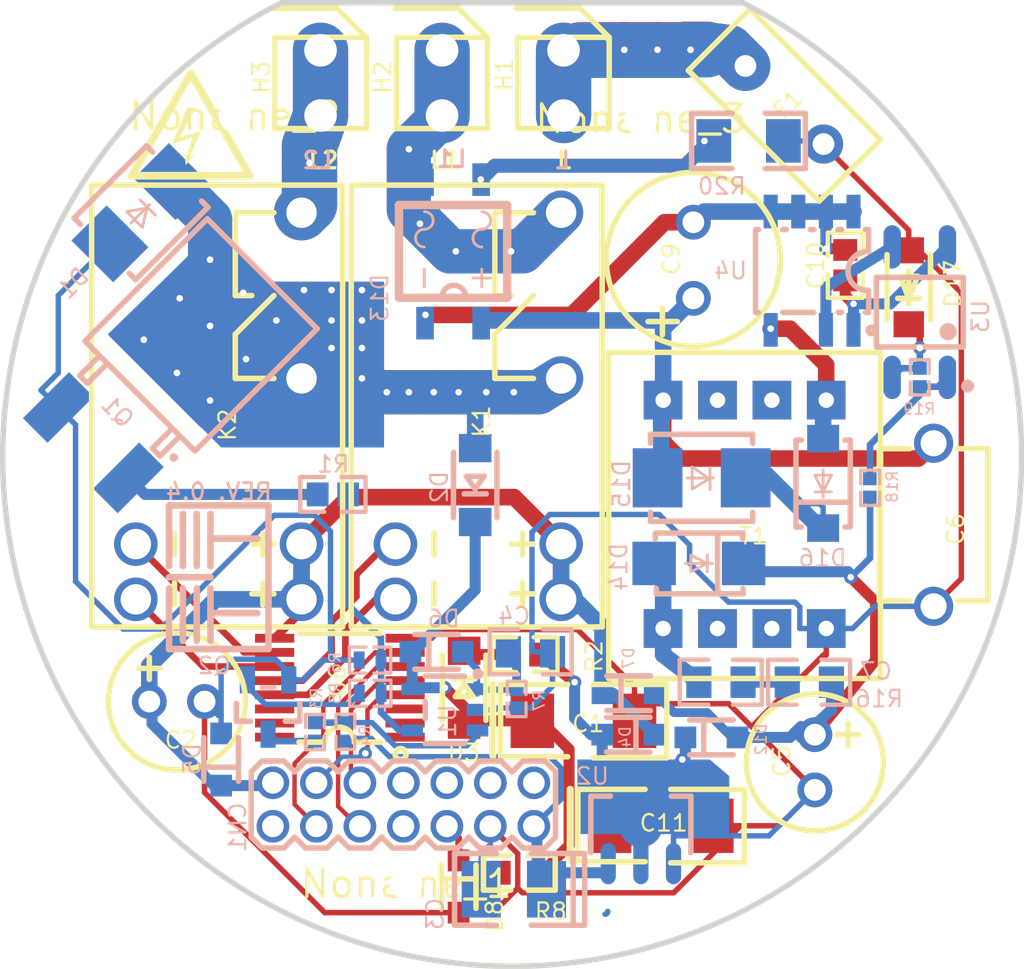
<source format=kicad_pcb>
(kicad_pcb (version 20171130) (host pcbnew "(5.1.12)-1")

  (general
    (thickness 1.6)
    (drawings 13)
    (tracks 556)
    (zones 0)
    (modules 56)
    (nets 38)
  )

  (page A4)
  (layers
    (0 F.Cu signal)
    (31 B.Cu signal)
    (32 B.Adhes user)
    (33 F.Adhes user)
    (34 B.Paste user)
    (35 F.Paste user)
    (36 B.SilkS user)
    (37 F.SilkS user)
    (38 B.Mask user)
    (39 F.Mask user)
    (40 Dwgs.User user)
    (41 Cmts.User user hide)
    (42 Eco1.User user)
    (43 Eco2.User user)
    (44 Edge.Cuts user)
    (45 Margin user)
    (46 B.CrtYd user)
    (47 F.CrtYd user)
    (48 B.Fab user hide)
    (49 F.Fab user hide)
  )

  (setup
    (last_trace_width 0.25)
    (trace_clearance 0.2)
    (zone_clearance 1)
    (zone_45_only no)
    (trace_min 0.2)
    (via_size 0.8)
    (via_drill 0.4)
    (via_min_size 0.4)
    (via_min_drill 0.3)
    (uvia_size 0.3)
    (uvia_drill 0.1)
    (uvias_allowed no)
    (uvia_min_size 0.2)
    (uvia_min_drill 0.1)
    (edge_width 0.05)
    (segment_width 0.2)
    (pcb_text_width 0.3)
    (pcb_text_size 1.5 1.5)
    (mod_edge_width 0.12)
    (mod_text_size 1 1)
    (mod_text_width 0.15)
    (pad_size 1.524 1.524)
    (pad_drill 0.762)
    (pad_to_mask_clearance 0)
    (aux_axis_origin 0 0)
    (visible_elements 7FFFFFFF)
    (pcbplotparams
      (layerselection 0x010fc_ffffffff)
      (usegerberextensions false)
      (usegerberattributes true)
      (usegerberadvancedattributes true)
      (creategerberjobfile true)
      (excludeedgelayer true)
      (linewidth 0.100000)
      (plotframeref false)
      (viasonmask false)
      (mode 1)
      (useauxorigin false)
      (hpglpennumber 1)
      (hpglpenspeed 20)
      (hpglpendiameter 15.000000)
      (psnegative false)
      (psa4output false)
      (plotreference true)
      (plotvalue true)
      (plotinvisibletext false)
      (padsonsilk false)
      (subtractmaskfromsilk false)
      (outputformat 1)
      (mirror false)
      (drillshape 1)
      (scaleselection 1)
      (outputdirectory ""))
  )

  (net 0 "")
  (net 1 +12V)
  (net 2 +3V3)
  (net 3 AC_DC_N)
  (net 4 C9_1)
  (net 5 CH1_RST)
  (net 6 CH1_SET)
  (net 7 CH2_RST)
  (net 8 CH2_SET)
  (net 9 D12_2)
  (net 10 D16_2)
  (net 11 D1_1)
  (net 12 F1_2)
  (net 13 GND)
  (net 14 H3_1)
  (net 15 K1_15)
  (net 16 K1_16)
  (net 17 K2_15)
  (net 18 K2_16)
  (net 19 Q1_1)
  (net 20 Q2_1)
  (net 21 Q2_3)
  (net 22 R2_1)
  (net 23 R2_2)
  (net 24 T1_8)
  (net 25 U1_1)
  (net 26 U1_3)
  (net 27 U1_4)
  (net 28 U1_5)
  (net 29 U3_1)
  (net 30 U3_2)
  (net 31 U3_3)
  (net 32 U3_4)
  (net 33 U4_4)
  (net 34 U4_5)
  (net 35 VSENSE)
  (net 36 D13_2)
  (net 37 R16_2)

  (net_class Default "This is the default net class."
    (clearance 0.2)
    (trace_width 0.25)
    (via_dia 0.8)
    (via_drill 0.4)
    (uvia_dia 0.3)
    (uvia_drill 0.1)
    (add_net +12V)
    (add_net +3V3)
    (add_net AC_DC_N)
    (add_net C9_1)
    (add_net CH1_RST)
    (add_net CH1_SET)
    (add_net CH2_RST)
    (add_net CH2_SET)
    (add_net D12_2)
    (add_net D13_2)
    (add_net D16_2)
    (add_net D1_1)
    (add_net F1_2)
    (add_net GND)
    (add_net H3_1)
    (add_net K1_15)
    (add_net K1_16)
    (add_net K2_15)
    (add_net K2_16)
    (add_net Q1_1)
    (add_net Q2_1)
    (add_net Q2_3)
    (add_net R16_2)
    (add_net R2_1)
    (add_net R2_2)
    (add_net T1_8)
    (add_net U1_1)
    (add_net U1_3)
    (add_net U1_4)
    (add_net U1_5)
    (add_net U3_1)
    (add_net U3_2)
    (add_net U3_3)
    (add_net U3_4)
    (add_net U4_4)
    (add_net U4_5)
    (add_net VSENSE)
  )

  (module easyeda:SMB_L4.6-W3.6-LS5.3-RD (layer F.Cu) (tedit 0) (tstamp 0)
    (at 123.571 59.817)
    (attr smd)
    (fp_text reference D15 (at -3.683 -0.889 90) (layer B.SilkS)
      (effects (font (size 0.762 0.762) (thickness 0.102)) (justify left mirror))
    )
    (fp_text value SMBJ130A (at 3.377 -2.778) (layer B.Fab) hide
      (effects (font (size 1.143 1.143) (thickness 0.152)) (justify left mirror))
    )
    (fp_line (start 2.35 -2) (end -2.35 -2) (layer B.SilkS) (width 0.254))
    (fp_line (start -0.433 -0.5) (end 0.35 0.04) (layer B.SilkS) (width 0.127))
    (fp_line (start -0.433 0.53) (end -0.433 -0.486) (layer B.SilkS) (width 0.127))
    (fp_line (start 0.389 -0.47) (end 0.389 0.546) (layer B.SilkS) (width 0.127))
    (fp_line (start 0.548 0.01) (end -0.671 0.01) (layer B.SilkS) (width 0.127))
    (fp_line (start 0.35 0.04) (end -0.433 0.52) (layer B.SilkS) (width 0.127))
    (fp_line (start 2.35 2) (end -2.35 2) (layer B.SilkS) (width 0.254))
    (fp_line (start 2.35 -2) (end 2.35 -1.591) (layer B.SilkS) (width 0.254))
    (fp_line (start 2.35 1.591) (end 2.35 2) (layer B.SilkS) (width 0.254))
    (fp_line (start -2.35 -2) (end -2.35 -1.591) (layer B.SilkS) (width 0.254))
    (fp_line (start -2.35 1.591) (end -2.35 2) (layer B.SilkS) (width 0.254))
    (fp_text user gge1131 (at 0 0) (layer Cmts.User)
      (effects (font (size 1 1) (thickness 0.15)))
    )
    (pad 1 smd rect (at 2.025 0) (size 2.29 2.72) (layers B.Cu B.Paste B.Mask)
      (net 10 D16_2))
    (pad 2 smd rect (at -2.025 0) (size 2.29 2.72) (layers B.Cu B.Paste B.Mask)
      (net 4 C9_1))
    (model ${KISYS3DMOD}/Diode_SMD.3dshapes/D_SMB.step
      (offset (xyz 0 0 -1.75))
      (scale (xyz 1 1 1))
      (rotate (xyz 180 0 180))
    )
  )

  (module easyeda:CAP-SMD_L6.0-W3.2 (layer F.Cu) (tedit 0) (tstamp 0)
    (at 121.793 75.819)
    (attr smd)
    (fp_text reference C11 (at -1.143 -0.127) (layer F.SilkS)
      (effects (font (size 0.762 0.762) (thickness 0.102)) (justify left))
    )
    (fp_text value 22uF (at 3.721 -2.855) (layer F.Fab) hide
      (effects (font (size 1.143 1.143) (thickness 0.152)) (justify left))
    )
    (fp_line (start -0.825 1.651) (end -3.912 1.651) (layer F.SilkS) (width 0.254))
    (fp_line (start -3.912 1.651) (end -3.912 -1.676) (layer F.SilkS) (width 0.254))
    (fp_line (start -3.912 -1.676) (end -0.825 -1.676) (layer F.SilkS) (width 0.254))
    (fp_line (start -4.267 -1.676) (end -4.267 1.6) (layer F.SilkS) (width 0.33))
    (fp_line (start 0.356 -1.676) (end 3.734 -1.676) (layer F.SilkS) (width 0.254))
    (fp_line (start 3.734 -1.676) (end 3.734 1.702) (layer F.SilkS) (width 0.254))
    (fp_line (start 3.734 1.702) (end 0.356 1.702) (layer F.SilkS) (width 0.254))
    (fp_text user gge1157 (at 0 0) (layer Cmts.User)
      (effects (font (size 1 1) (thickness 0.15)))
    )
    (pad 2 smd rect (at 2.248 0) (size 2 2.5) (layers F.Cu F.Paste F.Mask)
      (net 13 GND))
    (pad 1 smd rect (at -2.452 0) (size 2 2.5) (layers F.Cu F.Paste F.Mask)
      (net 23 R2_2))
    (model ${KISYS3DMOD}/Capacitor_Tantalum_SMD.3dshapes/CP_EIA-6032-20_AVX-F.step
      (at (xyz 0 0 0))
      (scale (xyz 1 1 1))
      (rotate (xyz 0 0 0))
    )
  )

  (module easyeda:EE10A-1 (layer F.Cu) (tedit 0) (tstamp 0)
    (at 122.301 63.246)
    (fp_text reference T1 (at 2.921 -0.762) (layer F.SilkS)
      (effects (font (size 0.762 0.762) (thickness 0.102)) (justify left))
    )
    (fp_text value EE10A-1 (at 3.048 -10.378) (layer F.Fab) hide
      (effects (font (size 1.143 1.143) (thickness 0.152)) (justify left))
    )
    (fp_line (start -3 -9.2) (end 9.5 -9.2) (layer F.SilkS) (width 0.254))
    (fp_line (start 9.5 -9.2) (end 9.5 5.8) (layer F.SilkS) (width 0.254))
    (fp_line (start 9.5 5.8) (end -3 5.8) (layer F.SilkS) (width 0.254))
    (fp_line (start -3 5.8) (end -3 -9.2) (layer F.SilkS) (width 0.254))
    (fp_line (start 8.5 -8.2) (end 8.5 4.8) (layer Cmts.User) (width 0.254))
    (fp_line (start -2 -8.2) (end 8.5 -8.2) (layer Cmts.User) (width 0.254))
    (fp_line (start -2 4.8) (end -2 -8.2) (layer Cmts.User) (width 0.254))
    (fp_line (start 8.5 4.8) (end -2 4.8) (layer Cmts.User) (width 0.254))
    (fp_text user gge582 (at 0 0) (layer Cmts.User)
      (effects (font (size 1 1) (thickness 0.15)))
    )
    (pad 5 thru_hole rect (at 7 3.5) (size 1.778 1.778) (drill 0.711) (layers *.Cu *.Paste *.Mask)
      (net 13 GND))
    (pad "" thru_hole rect (at 4.5 3.5) (size 1.778 1.778) (drill 0.711) (layers *.Cu *.Paste *.Mask))
    (pad "" thru_hole rect (at 2 3.5) (size 1.778 1.778) (drill 0.711) (layers *.Cu *.Paste *.Mask))
    (pad 8 thru_hole rect (at -0.5 3.5) (size 1.778 1.778) (drill 0.711) (layers *.Cu *.Paste *.Mask)
      (net 24 T1_8))
    (pad 1 thru_hole rect (at -0.5 -7) (size 1.778 1.778) (drill 0.711) (layers *.Cu *.Paste *.Mask)
      (net 4 C9_1))
    (pad 2 thru_hole rect (at 2 -7) (size 1.778 1.778) (drill 0.711) (layers *.Cu *.Paste *.Mask))
    (pad 3 thru_hole rect (at 4.5 -7) (size 1.778 1.778) (drill 0.711) (layers *.Cu *.Paste *.Mask))
    (pad 4 thru_hole rect (at 7 -7) (size 1.778 1.778) (drill 0.711) (layers *.Cu *.Paste *.Mask)
      (net 33 U4_4))
    (model ${KIPRJMOD}/models/EE-A1.step
      (offset (xyz -2 8 0))
      (scale (xyz 1 1 1))
      (rotate (xyz -90 0 90))
    )
  )

  (module easyeda:FUSE-TH_L8.5-W4.0-P5.08-D0.6 (layer F.Cu) (tedit 0) (tstamp 0)
    (at 127.381 42.672 135)
    (fp_text reference F1 (at -0.089803 -0.628618 45) (layer F.SilkS)
      (effects (font (size 0.762 0.762) (thickness 0.102)) (justify left))
    )
    (fp_text value SMT1500A (at 0 -3.179 135) (layer F.Fab) hide
      (effects (font (size 1.143 1.143) (thickness 0.152)) (justify left))
    )
    (fp_line (start -4.25 -2) (end 4.25 -2) (layer F.SilkS) (width 0.254))
    (fp_line (start 4.25 -2) (end 4.25 2) (layer F.SilkS) (width 0.254))
    (fp_line (start 4.25 2) (end -4.25 2) (layer F.SilkS) (width 0.254))
    (fp_line (start -4.25 2) (end -4.25 -2) (layer F.SilkS) (width 0.254))
    (fp_text user gge603 (at 0 0) (layer Cmts.User)
      (effects (font (size 1 1) (thickness 0.15)))
    )
    (pad 1 thru_hole circle (at -2.54 0 135) (size 1.8 1.8) (drill 1) (layers *.Cu *.Paste *.Mask)
      (net 13 GND))
    (pad 2 thru_hole circle (at 2.54 0 135) (size 1.8 1.8) (drill 1) (layers *.Cu *.Paste *.Mask)
      (net 12 F1_2))
    (model ${KISYS3DMOD}/Capacitor_THT.3dshapes/C_Rect_L7.2mm_W3.5mm_P5.00mm_FKS2_FKP2_MKS2_MKP2.step
      (offset (xyz -2.5 0 0))
      (scale (xyz 1 1 1))
      (rotate (xyz 0 0 0))
    )
  )

  (module easyeda:360273 (layer F.Cu) (tedit 0) (tstamp 0)
    (at 111.633 41.656)
    (fp_text reference H2 (at -2.7305 0.5715 90) (layer F.SilkS)
      (effects (font (size 0.762 0.762) (thickness 0.102)) (justify left))
    )
    (fp_text value L1 (at 3.81 -3.95) (layer F.Fab) hide
      (effects (font (size 1.143 1.143) (thickness 0.152)) (justify left))
    )
    (fp_line (start -2.1 -2.1) (end 2.1 -2.1) (layer F.SilkS) (width 0.254))
    (fp_line (start 2.1 -2.1) (end 2.1 2.1) (layer F.SilkS) (width 0.254))
    (fp_line (start 2.1 2.1) (end -2.1 2.1) (layer F.SilkS) (width 0.254))
    (fp_line (start -2.1 2.1) (end -2.1 -2.1) (layer F.SilkS) (width 0.254))
    (fp_line (start 2.032 -2.032) (end 2.032 -2.159) (layer F.SilkS) (width 0.254))
    (fp_line (start 2.032 -2.159) (end 0.762 -3.429) (layer F.SilkS) (width 0.254))
    (fp_line (start 0.762 -3.429) (end -2.159 -3.429) (layer F.SilkS) (width 0.254))
    (fp_text user gge614 (at 0 0) (layer Cmts.User)
      (effects (font (size 1 1) (thickness 0.15)))
    )
    (pad 1 thru_hole circle (at 0 -1.5) (size 2.25 2.25) (drill 1.5) (layers *.Cu *.Paste *.Mask)
      (net 3 AC_DC_N))
    (pad 2 thru_hole circle (at 0 1.5) (size 2.25 2.25) (drill 1.5) (layers *.Cu *.Paste *.Mask)
      (net 3 AC_DC_N))
    (model ${KIPRJMOD}/models/metz_conn.step
      (offset (xyz 0 0 6))
      (scale (xyz 1 1 1))
      (rotate (xyz 0 180 90))
    )
  )

  (module easyeda:360273 (layer F.Cu) (tedit 0) (tstamp 0)
    (at 117.221 41.656)
    (fp_text reference H1 (at -2.7305 0.4445 90) (layer F.SilkS)
      (effects (font (size 0.762 0.762) (thickness 0.102)) (justify left))
    )
    (fp_text value L (at -0.254 -4.608) (layer F.Fab) hide
      (effects (font (size 1.143 1.143) (thickness 0.152)) (justify left))
    )
    (fp_line (start -2.1 -2.1) (end 2.1 -2.1) (layer F.SilkS) (width 0.254))
    (fp_line (start 2.1 -2.1) (end 2.1 2.1) (layer F.SilkS) (width 0.254))
    (fp_line (start 2.1 2.1) (end -2.1 2.1) (layer F.SilkS) (width 0.254))
    (fp_line (start -2.1 2.1) (end -2.1 -2.1) (layer F.SilkS) (width 0.254))
    (fp_line (start 2.032 -2.032) (end 2.032 -2.159) (layer F.SilkS) (width 0.254))
    (fp_line (start 2.032 -2.159) (end 0.762 -3.429) (layer F.SilkS) (width 0.254))
    (fp_line (start 0.762 -3.429) (end -2.159 -3.429) (layer F.SilkS) (width 0.254))
    (fp_text user gge623 (at 0 0) (layer Cmts.User)
      (effects (font (size 1 1) (thickness 0.15)))
    )
    (pad 1 thru_hole circle (at 0 -1.5) (size 2.25 2.25) (drill 1.5) (layers *.Cu *.Paste *.Mask)
      (net 12 F1_2))
    (pad 2 thru_hole circle (at 0 1.5) (size 2.25 2.25) (drill 1.5) (layers *.Cu *.Paste *.Mask)
      (net 12 F1_2))
    (model ${KIPRJMOD}/models/metz_conn.step
      (offset (xyz 0 0 6))
      (scale (xyz 1 1 1))
      (rotate (xyz 0 180 90))
    )
  )

  (module easyeda:CAP-TH_BD6.3-P2.50-D1.0-FD (layer F.Cu) (tedit 0) (tstamp 0)
    (at 128.778 72.898 270)
    (fp_text reference C5 (at 0.762 1.524 90) (layer F.SilkS)
      (effects (font (size 0.762 0.762) (thickness 0.102)) (justify left))
    )
    (fp_text value 330uF (at -1.506 -4.327 270) (layer F.Fab) hide
      (effects (font (size 1.143 1.143) (thickness 0.152)) (justify left))
    )
    (fp_circle (center 0 0) (end 3.15 0) (layer F.SilkS) (width 0.254))
    (fp_line (start -1.27 -2.032) (end -1.27 -1.016) (layer F.SilkS) (width 0.254))
    (fp_line (start -1.778 -1.524) (end -0.762 -1.524) (layer F.SilkS) (width 0.254))
    (fp_text user gge632 (at 0 0) (layer Cmts.User)
      (effects (font (size 1 1) (thickness 0.15)))
    )
    (pad 1 thru_hole circle (at -1.27 0 270) (size 1.6 1.6) (drill 1) (layers *.Cu *.Paste *.Mask)
      (net 9 D12_2))
    (pad 2 thru_hole circle (at 1.27 0 270) (size 1.6 1.6) (drill 1) (layers *.Cu *.Paste *.Mask)
      (net 13 GND))
    (model ${KISYS3DMOD}/Capacitor_THT.3dshapes/CP_Radial_D6.3mm_P2.50mm.step
      (offset (xyz -1.25 0 0))
      (scale (xyz 1 1 1))
      (rotate (xyz 0 0 0))
    )
  )

  (module easyeda:CAP-TH_BD6.3-P2.50-D1.0-FD (layer F.Cu) (tedit 0) (tstamp 0)
    (at 99.441 70.104)
    (fp_text reference C2 (at -0.635 1.778) (layer F.SilkS)
      (effects (font (size 0.762 0.762) (thickness 0.102)) (justify left))
    )
    (fp_text value 330uF (at 0 -4.328) (layer F.Fab) hide
      (effects (font (size 1.143 1.143) (thickness 0.152)) (justify left))
    )
    (fp_circle (center 0 0) (end 3.15 0) (layer F.SilkS) (width 0.254))
    (fp_line (start -1.27 -2.032) (end -1.27 -1.016) (layer F.SilkS) (width 0.254))
    (fp_line (start -1.778 -1.524) (end -0.762 -1.524) (layer F.SilkS) (width 0.254))
    (fp_text user gge643 (at 0 0) (layer Cmts.User)
      (effects (font (size 1 1) (thickness 0.15)))
    )
    (pad 1 thru_hole circle (at -1.27 0) (size 1.6 1.6) (drill 1) (layers *.Cu *.Paste *.Mask)
      (net 1 +12V))
    (pad 2 thru_hole circle (at 1.27 0) (size 1.6 1.6) (drill 1) (layers *.Cu *.Paste *.Mask)
      (net 13 GND))
    (model ${KISYS3DMOD}/Capacitor_THT.3dshapes/CP_Radial_D6.3mm_P2.50mm.step
      (offset (xyz -1.25 0 0))
      (scale (xyz 1 1 1))
      (rotate (xyz 0 0 0))
    )
  )

  (module easyeda:360273 (layer F.Cu) (tedit 0) (tstamp 0)
    (at 106.045 41.656)
    (fp_text reference H3 (at -2.7305 0.5715 90) (layer F.SilkS)
      (effects (font (size 0.762 0.762) (thickness 0.102)) (justify left))
    )
    (fp_text value L2 (at -0.254 -4.61) (layer F.Fab) hide
      (effects (font (size 1.143 1.143) (thickness 0.152)) (justify left))
    )
    (fp_line (start -2.1 -2.1) (end 2.1 -2.1) (layer F.SilkS) (width 0.254))
    (fp_line (start 2.1 -2.1) (end 2.1 2.1) (layer F.SilkS) (width 0.254))
    (fp_line (start 2.1 2.1) (end -2.1 2.1) (layer F.SilkS) (width 0.254))
    (fp_line (start -2.1 2.1) (end -2.1 -2.1) (layer F.SilkS) (width 0.254))
    (fp_line (start 2.032 -2.032) (end 2.032 -2.159) (layer F.SilkS) (width 0.254))
    (fp_line (start 2.032 -2.159) (end 0.762 -3.429) (layer F.SilkS) (width 0.254))
    (fp_line (start 0.762 -3.429) (end -2.159 -3.429) (layer F.SilkS) (width 0.254))
    (fp_text user gge654 (at 0 0) (layer Cmts.User)
      (effects (font (size 1 1) (thickness 0.15)))
    )
    (pad 1 thru_hole circle (at 0 -1.5) (size 2.25 2.25) (drill 1.5) (layers *.Cu *.Paste *.Mask)
      (net 14 H3_1))
    (pad 2 thru_hole circle (at 0 1.5) (size 2.25 2.25) (drill 1.5) (layers *.Cu *.Paste *.Mask)
      (net 14 H3_1))
    (model ${KIPRJMOD}/models/metz_conn.step
      (offset (xyz 0 0 6))
      (scale (xyz 1 1 1))
      (rotate (xyz 0 180 90))
    )
  )

  (module easyeda:CAP-TH_BD8.0-P3.50-D1.0-FD (layer F.Cu) (tedit 0) (tstamp 0)
    (at 123.19 49.812 90)
    (fp_text reference C9 (at -0.753 -1.016 90) (layer F.SilkS)
      (effects (font (size 0.762 0.762) (thickness 0.102)) (justify left))
    )
    (fp_text value 4.7uF (at -1.774 -5.179 90) (layer F.Fab) hide
      (effects (font (size 1.143 1.143) (thickness 0.152)) (justify left))
    )
    (fp_line (start -2.817 -0.737) (end -2.817 -2.083) (layer F.SilkS) (width 0.254))
    (fp_line (start -2.182 -1.422) (end -3.426 -1.422) (layer F.SilkS) (width 0.254))
    (fp_text user gge663 (at 0 0) (layer Cmts.User)
      (effects (font (size 1 1) (thickness 0.15)))
    )
    (fp_arc (start 0.038 -0.001) (end 0.074 -4.001) (angle 358.981) (layer F.SilkS) (width 0.254))
    (pad 2 thru_hole circle (at 1.75 0 180) (size 1.6 1.6) (drill 1) (layers *.Cu *.Paste *.Mask)
      (net 34 U4_5))
    (pad 1 thru_hole circle (at -1.75 0 180) (size 1.6 1.6) (drill 1) (layers *.Cu *.Paste *.Mask)
      (net 4 C9_1))
    (model ${KISYS3DMOD}/Capacitor_THT.3dshapes/C_Radial_D8.0mm_H11.5mm_P3.50mm.step
      (offset (xyz -1.75 0 0))
      (scale (xyz 1 1 1))
      (rotate (xyz 0 0 0))
    )
  )

  (module easyeda:CAP-TH_L7.0-W5.0-P7.50-D1.2 (layer F.Cu) (tedit 0) (tstamp 0)
    (at 134.239 61.976 90)
    (fp_text reference C6 (at -1.016 1.016 90) (layer F.SilkS)
      (effects (font (size 0.762 0.762) (thickness 0.102)) (justify left))
    )
    (fp_text value 1nF (at -4.737 -5.179 90) (layer F.Fab) hide
      (effects (font (size 1.143 1.143) (thickness 0.152)) (justify left))
    )
    (fp_line (start -3.5 -2.5) (end 3.5 -2.5) (layer F.SilkS) (width 0.254))
    (fp_line (start 3.5 2.5) (end -3.5 2.5) (layer F.SilkS) (width 0.254))
    (fp_line (start 3.5 -2.5) (end 3.5 -1.103) (layer F.SilkS) (width 0.254))
    (fp_line (start 3.5 1.103) (end 3.5 2.5) (layer F.SilkS) (width 0.254))
    (fp_line (start -3.5 -2.5) (end -3.5 -1.103) (layer F.SilkS) (width 0.254))
    (fp_line (start -3.5 1.103) (end -3.5 2.5) (layer F.SilkS) (width 0.254))
    (fp_text user gge674 (at 0 0) (layer Cmts.User)
      (effects (font (size 1 1) (thickness 0.15)))
    )
    (pad 1 thru_hole circle (at -3.75 0 90) (size 1.8 1.8) (drill 1.2) (layers *.Cu *.Paste *.Mask)
      (net 13 GND))
    (pad 2 thru_hole circle (at 3.75 0 90) (size 1.8 1.8) (drill 1.2) (layers *.Cu *.Paste *.Mask)
      (net 4 C9_1))
    (model ${KISYS3DMOD}/Capacitor_THT.3dshapes/C_Disc_D10.5mm_W5.0mm_P7.50mm.step
      (offset (xyz -4 0 0))
      (scale (xyz 1 1 1))
      (rotate (xyz 0 0 0))
    )
  )

  (module easyeda:SOD-123FL_L2.7-W1.8-LS3.8-RD (layer F.Cu) (tedit 0) (tstamp 0)
    (at 112.649 69.469 270)
    (attr smd)
    (fp_text reference D3 (at 2.9845 0.8255) (layer F.SilkS)
      (effects (font (size 0.762 0.762) (thickness 0.102)) (justify left))
    )
    (fp_text value 1N4007W (at -0.447 -2.579 270) (layer F.Fab) hide
      (effects (font (size 1.143 1.143) (thickness 0.152)) (justify left))
    )
    (fp_line (start -0.178 0) (end 0.406 -0.406) (layer F.SilkS) (width 0.254))
    (fp_line (start 0.406 -0.406) (end 0.406 0.406) (layer F.SilkS) (width 0.254))
    (fp_line (start 0.406 0.406) (end -0.178 0) (layer F.SilkS) (width 0.254))
    (fp_line (start -1.5 -1) (end 1.5 -1) (layer F.SilkS) (width 0.254))
    (fp_line (start 1.5 1) (end -1.5 1) (layer F.SilkS) (width 0.254))
    (fp_line (start -0.406 -0.508) (end -0.406 0.508) (layer F.SilkS) (width 0.254))
    (fp_text user gge687 (at 0 0) (layer Cmts.User)
      (effects (font (size 1 1) (thickness 0.15)))
    )
    (pad 2 smd rect (at 1.7 0 270) (size 1.3 1.5) (layers F.Cu F.Paste F.Mask)
      (net 28 U1_5))
    (pad 1 smd rect (at -1.7 0 270) (size 1.3 1.5) (layers F.Cu F.Paste F.Mask)
      (net 22 R2_1))
    (model ${KISYS3DMOD}/Diode_SMD.3dshapes/D_SOD-123.step
      (at (xyz 0 0 0))
      (scale (xyz 1 1 1))
      (rotate (xyz 0 0 0))
    )
  )

  (module easyeda:CAP-SMD_L6.0-W3.2 (layer F.Cu) (tedit 0) (tstamp 0)
    (at 118.237 70.993)
    (attr smd)
    (fp_text reference C1 (at -0.693 0.127) (layer F.SilkS)
      (effects (font (size 0.762 0.762) (thickness 0.102)) (justify left))
    )
    (fp_text value 22uF (at -1.118 -2.855) (layer F.Fab) hide
      (effects (font (size 1.143 1.143) (thickness 0.152)) (justify left))
    )
    (fp_line (start -0.826 1.651) (end -3.912 1.651) (layer F.SilkS) (width 0.254))
    (fp_line (start -3.912 1.651) (end -3.912 -1.676) (layer F.SilkS) (width 0.254))
    (fp_line (start -3.912 -1.676) (end -0.826 -1.676) (layer F.SilkS) (width 0.254))
    (fp_line (start -4.267 -1.676) (end -4.267 1.6) (layer F.SilkS) (width 0.33))
    (fp_line (start 0.356 -1.676) (end 3.734 -1.676) (layer F.SilkS) (width 0.254))
    (fp_line (start 3.734 -1.676) (end 3.734 1.702) (layer F.SilkS) (width 0.254))
    (fp_line (start 3.734 1.702) (end 0.356 1.702) (layer F.SilkS) (width 0.254))
    (fp_text user gge700 (at 0 0) (layer Cmts.User)
      (effects (font (size 1 1) (thickness 0.15)))
    )
    (pad 2 smd rect (at 2.248 0) (size 2 2.5) (layers F.Cu F.Paste F.Mask)
      (net 13 GND))
    (pad 1 smd rect (at -2.452 0) (size 2 2.5) (layers F.Cu F.Paste F.Mask)
      (net 28 U1_5))
    (model ${KISYS3DMOD}/Capacitor_Tantalum_SMD.3dshapes/CP_EIA-6032-20_AVX-F.step
      (at (xyz 0 0 0))
      (scale (xyz 1 1 1))
      (rotate (xyz 0 0 0))
    )
  )

  (module easyeda:SOD-323_L1.8-W1.3-LS2.5-RD (layer F.Cu) (tedit 0) (tstamp 0)
    (at 112.395 78.613 270)
    (attr smd)
    (fp_text reference D8 (at 2.159 -1.651 90) (layer F.SilkS)
      (effects (font (size 0.762 0.762) (thickness 0.102)) (justify left))
    )
    (fp_text value BZT52C3V3S (at -0.084 -1.979 270) (layer F.Fab) hide
      (effects (font (size 1.143 1.143) (thickness 0.152)) (justify left))
    )
    (fp_line (start -1 -0.8) (end 1 -0.8) (layer F.SilkS) (width 0.254))
    (fp_line (start -1 0.8) (end 1 0.8) (layer F.SilkS) (width 0.254))
    (fp_line (start -0.351 -0.8) (end -0.351 0.8) (layer F.SilkS) (width 0.254))
    (fp_text user gge710 (at 0 0) (layer Cmts.User)
      (effects (font (size 1 1) (thickness 0.15)))
    )
    (pad 2 smd rect (at 1.2 0 90) (size 1 1) (layers F.Cu F.Paste F.Mask)
      (net 13 GND))
    (pad 1 smd rect (at -1.2 0 90) (size 1 1) (layers F.Cu F.Paste F.Mask)
      (net 35 VSENSE))
    (model ${KISYS3DMOD}/Diode_SMD.3dshapes/D_SOD-123.step
      (at (xyz 0 0 0))
      (scale (xyz 1 1 1))
      (rotate (xyz 0 0 0))
    )
  )

  (module easyeda:R0603 (layer F.Cu) (tedit 0) (tstamp 0)
    (at 115.189 77.978)
    (attr smd)
    (fp_text reference R8 (at 0.635 1.778) (layer F.SilkS)
      (effects (font (size 0.762 0.762) (thickness 0.102)) (justify left))
    )
    (fp_text value 1K (at -0.149 -1.979) (layer F.Fab) hide
      (effects (font (size 1.143 1.143) (thickness 0.152)) (justify left))
    )
    (fp_line (start -1.65 -0.8) (end -1.65 0.8) (layer F.SilkS) (width 0.254))
    (fp_line (start 0.4 0.8) (end 1.65 0.8) (layer F.SilkS) (width 0.254))
    (fp_line (start 0.4 -0.8) (end 1.65 -0.8) (layer F.SilkS) (width 0.254))
    (fp_line (start -0.4 0.8) (end -1.65 0.8) (layer F.SilkS) (width 0.254))
    (fp_line (start -0.4 -0.8) (end -1.65 -0.8) (layer F.SilkS) (width 0.254))
    (fp_line (start 1.65 -0.8) (end 1.65 0.8) (layer F.SilkS) (width 0.254))
    (fp_text user gge720 (at 0 0) (layer Cmts.User)
      (effects (font (size 1 1) (thickness 0.15)))
    )
    (pad 2 smd rect (at 0.9 0) (size 1 1.1) (layers F.Cu F.Paste F.Mask)
      (net 28 U1_5))
    (pad 1 smd rect (at -0.9 0) (size 1 1.1) (layers F.Cu F.Paste F.Mask)
      (net 35 VSENSE))
    (model ${KISYS3DMOD}/Resistor_SMD.3dshapes/R_0603_1608Metric.step
      (at (xyz 0 0 0))
      (scale (xyz 1 1 1))
      (rotate (xyz 0 0 0))
    )
  )

  (module easyeda:RELAY-TH_HFE60-12-1HST-L2 (layer F.Cu) (tedit 0) (tstamp 0)
    (at 101.219 56.515 90)
    (fp_text reference K2 (at -1.678 0.543 90) (layer F.SilkS)
      (effects (font (size 0.762 0.762) (thickness 0.102)) (justify left))
    )
    (fp_text value HFE60-12-1HT-L2 (at -15.89 1.523 90) (layer F.Fab) hide
      (effects (font (size 1.143 1.143) (thickness 0.152)) (justify left))
    )
    (fp_line (start -10.16 5.842) (end 10.16 5.842) (layer F.SilkS) (width 0.254))
    (fp_line (start 10.16 5.842) (end 10.16 -5.558) (layer F.SilkS) (width 0.254))
    (fp_line (start 10.16 -5.7) (end -10.16 -5.7) (layer F.SilkS) (width 0.254))
    (fp_line (start -10.16 -5.7) (end -10.16 5.7) (layer F.SilkS) (width 0.254))
    (fp_line (start -9.144 2.174) (end -8.128 2.174) (layer F.SilkS) (width 0.254))
    (fp_line (start -8.636 1.666) (end -8.636 2.682) (layer F.SilkS) (width 0.254))
    (fp_line (start -6.858 2.174) (end -5.842 2.174) (layer F.SilkS) (width 0.254))
    (fp_line (start -6.35 1.666) (end -6.35 2.682) (layer F.SilkS) (width 0.254))
    (fp_line (start -9.144 -1.89) (end -8.128 -1.89) (layer F.SilkS) (width 0.254))
    (fp_line (start -6.858 -1.89) (end -5.842 -1.89) (layer F.SilkS) (width 0.254))
    (fp_line (start 1.27 2.682) (end 1.27 0.904) (layer F.SilkS) (width 0.254))
    (fp_line (start 1.27 0.904) (end 3.302 0.904) (layer F.SilkS) (width 0.254))
    (fp_line (start 3.302 0.904) (end 5.08 2.682) (layer F.SilkS) (width 0.254))
    (fp_line (start 8.89 2.682) (end 8.89 1.158) (layer F.SilkS) (width 0.254))
    (fp_line (start 8.89 1.158) (end 8.89 0.904) (layer F.SilkS) (width 0.254))
    (fp_line (start 8.89 0.904) (end 5.08 0.904) (layer F.SilkS) (width 0.254))
    (fp_line (start 5.08 0.904) (end 5.08 1.666) (layer F.SilkS) (width 0.254))
    (fp_text user gge733 (at 0 0) (layer Cmts.User)
      (effects (font (size 1 1) (thickness 0.15)))
    )
    (pad 1 thru_hole circle (at -8.89 3.952 90) (size 2 2) (drill 1.4) (layers *.Cu *.Paste *.Mask)
      (net 1 +12V))
    (pad 2 thru_hole circle (at -6.35 3.952 90) (size 2 2) (drill 1.4) (layers *.Cu *.Paste *.Mask)
      (net 1 +12V))
    (pad 8 thru_hole circle (at 8.89 3.952 90) (size 2 2) (drill 1.4) (layers *.Cu *.Paste *.Mask)
      (net 14 H3_1))
    (pad 5 thru_hole circle (at 1.27 3.952 90) (size 2 2) (drill 1.4) (layers *.Cu *.Paste *.Mask)
      (net 11 D1_1))
    (pad 15 thru_hole circle (at -6.35 -3.668 90) (size 2 2) (drill 1.4) (layers *.Cu *.Paste *.Mask)
      (net 17 K2_15))
    (pad 16 thru_hole circle (at -8.89 -3.668 90) (size 2 2) (drill 1.4) (layers *.Cu *.Paste *.Mask)
      (net 18 K2_16))
    (model ${KISYS3DMOD}/Relay_THT.3dshapes/Relay_SPST_Finder_32.21-x300.step
      (offset (xyz -9 -4 0))
      (scale (xyz 1 1 1))
      (rotate (xyz 0 0 0))
    )
  )

  (module easyeda:RELAY-TH_HFE60-12-1HST-L2 (layer F.Cu) (tedit 0) (tstamp 0)
    (at 113.157 56.515 90)
    (fp_text reference K1 (at -1.521 0.289 90) (layer F.SilkS)
      (effects (font (size 0.762 0.762) (thickness 0.102)) (justify left))
    )
    (fp_text value HFE60-12-1HT-L2 (at -15.89 1.523 90) (layer F.Fab) hide
      (effects (font (size 1.143 1.143) (thickness 0.152)) (justify left))
    )
    (fp_line (start -10.16 5.842) (end 10.16 5.842) (layer F.SilkS) (width 0.254))
    (fp_line (start 10.16 5.842) (end 10.16 -5.558) (layer F.SilkS) (width 0.254))
    (fp_line (start 10.16 -5.7) (end -10.16 -5.7) (layer F.SilkS) (width 0.254))
    (fp_line (start -10.16 -5.7) (end -10.16 5.7) (layer F.SilkS) (width 0.254))
    (fp_line (start -9.144 2.174) (end -8.128 2.174) (layer F.SilkS) (width 0.254))
    (fp_line (start -8.636 1.666) (end -8.636 2.682) (layer F.SilkS) (width 0.254))
    (fp_line (start -6.858 2.174) (end -5.842 2.174) (layer F.SilkS) (width 0.254))
    (fp_line (start -6.35 1.666) (end -6.35 2.682) (layer F.SilkS) (width 0.254))
    (fp_line (start -9.144 -1.89) (end -8.128 -1.89) (layer F.SilkS) (width 0.254))
    (fp_line (start -6.858 -1.89) (end -5.842 -1.89) (layer F.SilkS) (width 0.254))
    (fp_line (start 1.27 2.682) (end 1.27 0.904) (layer F.SilkS) (width 0.254))
    (fp_line (start 1.27 0.904) (end 3.302 0.904) (layer F.SilkS) (width 0.254))
    (fp_line (start 3.302 0.904) (end 5.08 2.682) (layer F.SilkS) (width 0.254))
    (fp_line (start 8.89 2.682) (end 8.89 1.158) (layer F.SilkS) (width 0.254))
    (fp_line (start 8.89 1.158) (end 8.89 0.904) (layer F.SilkS) (width 0.254))
    (fp_line (start 8.89 0.904) (end 5.08 0.904) (layer F.SilkS) (width 0.254))
    (fp_line (start 5.08 0.904) (end 5.08 1.666) (layer F.SilkS) (width 0.254))
    (fp_text user gge756 (at 0 0) (layer Cmts.User)
      (effects (font (size 1 1) (thickness 0.15)))
    )
    (pad 1 thru_hole circle (at -8.89 3.952 90) (size 2 2) (drill 1.4) (layers *.Cu *.Paste *.Mask)
      (net 1 +12V))
    (pad 2 thru_hole circle (at -6.35 3.952 90) (size 2 2) (drill 1.4) (layers *.Cu *.Paste *.Mask)
      (net 1 +12V))
    (pad 8 thru_hole circle (at 8.89 3.952 90) (size 2 2) (drill 1.4) (layers *.Cu *.Paste *.Mask)
      (net 3 AC_DC_N))
    (pad 5 thru_hole circle (at 1.27 3.952 90) (size 2 2) (drill 1.4) (layers *.Cu *.Paste *.Mask)
      (net 11 D1_1))
    (pad 15 thru_hole circle (at -6.35 -3.668 90) (size 2 2) (drill 1.4) (layers *.Cu *.Paste *.Mask)
      (net 15 K1_15))
    (pad 16 thru_hole circle (at -8.89 -3.668 90) (size 2 2) (drill 1.4) (layers *.Cu *.Paste *.Mask)
      (net 16 K1_16))
    (model ${KISYS3DMOD}/Relay_THT.3dshapes/Relay_SPST_Finder_32.21-x300.step
      (offset (xyz -9 -4 0))
      (scale (xyz 1 1 1))
      (rotate (xyz 0 0 0))
    )
  )

  (module easyeda:0603 (layer F.Cu) (tedit 0) (tstamp 0)
    (at 115.443 67.945)
    (attr smd)
    (fp_text reference R2 (at 3.175 0.889 90) (layer F.SilkS)
      (effects (font (size 0.762 0.762) (thickness 0.102)) (justify left))
    )
    (fp_text value 47 (at -0.038 -1.979) (layer F.Fab) hide
      (effects (font (size 1.143 1.143) (thickness 0.152)) (justify left))
    )
    (fp_line (start 0.4 -0.8) (end 1.5 -0.8) (layer F.SilkS) (width 0.2))
    (fp_line (start 1.5 -0.8) (end 1.5 0.8) (layer F.SilkS) (width 0.2))
    (fp_line (start 1.5 0.8) (end 0.4 0.8) (layer F.SilkS) (width 0.2))
    (fp_line (start -0.4 -0.8) (end -1.5 -0.8) (layer F.SilkS) (width 0.2))
    (fp_line (start -1.5 -0.8) (end -1.5 0.2) (layer F.SilkS) (width 0.2))
    (fp_line (start -1.5 0.2) (end -1.5 0.8) (layer F.SilkS) (width 0.2))
    (fp_line (start -1.5 0.8) (end -0.4 0.8) (layer F.SilkS) (width 0.2))
    (fp_text user gge788 (at 0 0) (layer Cmts.User)
      (effects (font (size 1 1) (thickness 0.15)))
    )
    (pad 1 smd rect (at -0.7 0) (size 1 1.1) (layers F.Cu F.Paste F.Mask)
      (net 22 R2_1))
    (pad 2 smd rect (at 0.7 0) (size 1 1.1) (layers F.Cu F.Paste F.Mask)
      (net 23 R2_2))
    (model ${KISYS3DMOD}/Resistor_SMD.3dshapes/R_0603_1608Metric.step
      (at (xyz 0 0 0))
      (scale (xyz 1 1 1))
      (rotate (xyz 0 0 0))
    )
  )

  (module easyeda:TSSOP-16_L5.0-W4.4-P0.65-LS6.4-BL (layer F.Cu) (tedit 0) (tstamp 0)
    (at 106.934 69.469 90)
    (attr smd)
    (fp_text reference U6 (at -0.529 -0.092 90) (layer F.SilkS)
      (effects (font (size 0.762 0.762) (thickness 0.102)) (justify left))
    )
    (fp_text value TPL7407LPWR (at -0.446 -5.08 90) (layer F.Fab) hide
      (effects (font (size 1.143 1.143) (thickness 0.152)) (justify left))
    )
    (fp_circle (center -3.05 2.794) (end -2.796 2.794) (layer F.SilkS) (width 0.254))
    (fp_line (start -2.505 -0.706) (end -2.502 -1.88) (layer F.SilkS) (width 0.254))
    (fp_line (start -2.502 1.86) (end -2.505 0.666) (layer F.SilkS) (width 0.254))
    (fp_line (start 2.498 1.868) (end 2.498 -1.868) (layer F.SilkS) (width 0.254))
    (fp_text user gge797 (at 0 0) (layer Cmts.User)
      (effects (font (size 1 1) (thickness 0.15)))
    )
    (fp_arc (start -2.505 -0.02) (end -2.505 -0.706) (angle 180) (layer F.SilkS) (width 0.254))
    (pad 16 smd rect (at -2.275 -3 180) (size 1.803 0.406) (layers F.Cu F.Paste F.Mask))
    (pad 15 smd rect (at -1.625 -3 180) (size 1.803 0.406) (layers F.Cu F.Paste F.Mask))
    (pad 14 smd rect (at -0.975 -3 180) (size 1.803 0.406) (layers F.Cu F.Paste F.Mask))
    (pad 13 smd rect (at -0.325 -3 180) (size 1.803 0.406) (layers F.Cu F.Paste F.Mask)
      (net 16 K1_16))
    (pad 12 smd rect (at 0.325 -3 180) (size 1.803 0.406) (layers F.Cu F.Paste F.Mask)
      (net 15 K1_15))
    (pad 11 smd rect (at 0.975 -3 180) (size 1.803 0.406) (layers F.Cu F.Paste F.Mask)
      (net 18 K2_16))
    (pad 10 smd rect (at 1.625 -3 180) (size 1.803 0.406) (layers F.Cu F.Paste F.Mask)
      (net 17 K2_15))
    (pad 9 smd rect (at 2.275 -3 180) (size 1.803 0.406) (layers F.Cu F.Paste F.Mask)
      (net 1 +12V))
    (pad 8 smd rect (at 2.275 3 180) (size 1.803 0.406) (layers F.Cu F.Paste F.Mask)
      (net 13 GND))
    (pad 7 smd rect (at 1.625 3 180) (size 1.803 0.406) (layers F.Cu F.Paste F.Mask)
      (net 7 CH2_RST))
    (pad 6 smd rect (at 0.975 3 180) (size 1.803 0.406) (layers F.Cu F.Paste F.Mask)
      (net 8 CH2_SET))
    (pad 5 smd rect (at 0.325 3 180) (size 1.803 0.406) (layers F.Cu F.Paste F.Mask)
      (net 5 CH1_RST))
    (pad 4 smd rect (at -0.325 3 180) (size 1.803 0.406) (layers F.Cu F.Paste F.Mask)
      (net 6 CH1_SET))
    (pad 3 smd rect (at -0.975 3 180) (size 1.803 0.406) (layers F.Cu F.Paste F.Mask))
    (pad 2 smd rect (at -1.625 3 180) (size 1.803 0.406) (layers F.Cu F.Paste F.Mask))
    (pad 1 smd rect (at -2.275 3 180) (size 1.803 0.406) (layers F.Cu F.Paste F.Mask))
    (model ${KISYS3DMOD}/Package_SO.3dshapes/SSOP-16_3.9x4.9mm_P0.635mm.step
      (at (xyz 0 0 0))
      (scale (xyz 1 1 1))
      (rotate (xyz 0 0 -90))
    )
  )

  (module easyeda:SOD-123_L2.8-W1.8-LS3.7-RD (layer F.Cu) (tedit 0) (tstamp 0)
    (at 133.096 51.054 90)
    (attr smd)
    (fp_text reference D17 (at -1.016 2.032 90) (layer F.SilkS)
      (effects (font (size 0.762 0.762) (thickness 0.102)) (justify left))
    )
    (fp_text value MMSZ5242 (at 0 -2.179 90) (layer F.Fab) hide
      (effects (font (size 1.143 1.143) (thickness 0.152)) (justify left))
    )
    (fp_line (start -0.508 0) (end 0.508 -0.406) (layer F.SilkS) (width 0.254))
    (fp_line (start 0.508 -0.406) (end 0.508 0.406) (layer F.SilkS) (width 0.254))
    (fp_line (start 0.508 0.406) (end -0.508 0) (layer F.SilkS) (width 0.254))
    (fp_line (start -1.5 -1) (end 1.5 -1) (layer F.SilkS) (width 0.254))
    (fp_line (start -1.5 1) (end 1.5 1) (layer F.SilkS) (width 0.254))
    (fp_line (start -0.508 -0.508) (end -0.508 0.508) (layer F.SilkS) (width 0.254))
    (fp_line (start -0.762 0) (end 0.762 0) (layer F.SilkS) (width 0.254))
    (fp_text user gge823 (at 0 0) (layer Cmts.User)
      (effects (font (size 1 1) (thickness 0.15)))
    )
    (pad 1 smd rect (at -1.7 0 90) (size 1.2 1.4) (layers F.Cu F.Paste F.Mask)
      (net 30 U3_2))
    (pad 2 smd rect (at 1.7 0 90) (size 1.2 1.4) (layers F.Cu F.Paste F.Mask)
      (net 13 GND))
    (model ${KISYS3DMOD}/Diode_SMD.3dshapes/D_SOD-123.step
      (at (xyz 0 0 0))
      (scale (xyz 1 1 1))
      (rotate (xyz 0 0 0))
    )
  )

  (module easyeda:0603 (layer F.Cu) (tedit 0) (tstamp 0)
    (at 130.175 50.038 90)
    (attr smd)
    (fp_text reference C10 (at -1.192 -1.362 90) (layer F.SilkS)
      (effects (font (size 0.762 0.762) (thickness 0.102)) (justify left))
    )
    (fp_text value 100nF (at 0.568 -2.449 90) (layer F.Fab) hide
      (effects (font (size 1.143 1.143) (thickness 0.152)) (justify left))
    )
    (fp_line (start 0.4 -0.8) (end 1.5 -0.8) (layer F.SilkS) (width 0.2))
    (fp_line (start 1.5 -0.8) (end 1.5 0.8) (layer F.SilkS) (width 0.2))
    (fp_line (start 1.5 0.8) (end 0.4 0.8) (layer F.SilkS) (width 0.2))
    (fp_line (start -0.4 -0.8) (end -1.5 -0.8) (layer F.SilkS) (width 0.2))
    (fp_line (start -1.5 -0.8) (end -1.5 0.2) (layer F.SilkS) (width 0.2))
    (fp_line (start -1.5 0.2) (end -1.5 0.8) (layer F.SilkS) (width 0.2))
    (fp_line (start -1.5 0.8) (end -0.4 0.8) (layer F.SilkS) (width 0.2))
    (fp_text user gge837 (at 0 0) (layer Cmts.User)
      (effects (font (size 1 1) (thickness 0.15)))
    )
    (pad 1 smd rect (at -0.7 0 90) (size 1 1.1) (layers F.Cu F.Paste F.Mask)
      (net 32 U3_4))
    (pad 2 smd rect (at 0.7 0 90) (size 1 1.1) (layers F.Cu F.Paste F.Mask)
      (net 34 U4_5))
    (model ${KISYS3DMOD}/Capacitor_SMD.3dshapes/C_0603_1608Metric.step
      (at (xyz 0 0 0))
      (scale (xyz 1 1 1))
      (rotate (xyz 0 0 0))
    )
  )

  (module easyeda:IEC_HIGHVOLTAGE_SMALL (layer F.Cu) (tedit 0) (tstamp 0)
    (at 100.076 43.688)
    (fp_text reference HV2 (at 3.342 -0.003 90) (layer Cmts.User)
      (effects (font (size 1.143 1.143) (thickness 0.152)) (justify left))
    )
    (fp_text value IEC_HighVoltage (at 0 -3.651) (layer F.Fab) hide
      (effects (font (size 1.143 1.143) (thickness 0.152)) (justify left))
    )
    (fp_line (start 0 -2.472) (end -2.718 2.235) (layer F.SilkS) (width 0.356))
    (fp_line (start -2.718 2.235) (end 2.718 2.235) (layer F.SilkS) (width 0.356))
    (fp_line (start 2.718 2.235) (end 0 -2.472) (layer F.SilkS) (width 0.356))
    (fp_poly (pts (xy -0.178 -0.889) (xy 0.203 -0.889) (xy -0.483 0.457) (xy 0.483 0.178)
      (xy -0.025 1.346) (xy 0.178 1.295) (xy -0.229 1.753) (xy -0.305 1.219)
      (xy -0.178 1.321) (xy 0.076 0.483) (xy -0.864 0.787)) (layer F.SilkS) (width 0))
    (fp_text user gge846 (at 0 0) (layer Cmts.User)
      (effects (font (size 1 1) (thickness 0.15)))
    )
  )

  (module easyeda:A2005WV-2X7P (layer F.Cu) (tedit 0) (tstamp 0)
    (at 109.855 74.841)
    (fp_text reference CN1 (at -7.62 -0.165 90) (layer B.SilkS)
      (effects (font (size 0.762 0.762) (thickness 0.102)) (justify left mirror))
    )
    (fp_text value 2X7P (at 0.08 -3.18) (layer B.Fab) hide
      (effects (font (size 1.143 1.143) (thickness 0.152)) (justify left mirror))
    )
    (fp_line (start 7.001 -1.501) (end 6.501 -2.001) (layer B.SilkS) (width 0.254))
    (fp_line (start 6.501 -2.001) (end 5.501 -2.001) (layer B.SilkS) (width 0.254))
    (fp_line (start 5.501 -2.001) (end 5.001 -1.501) (layer B.SilkS) (width 0.254))
    (fp_line (start 5.001 -1.502) (end 4.501 -2.002) (layer B.SilkS) (width 0.254))
    (fp_line (start 4.501 -2.002) (end 3.501 -2.002) (layer B.SilkS) (width 0.254))
    (fp_line (start 3.501 -2.002) (end 3.001 -1.502) (layer B.SilkS) (width 0.254))
    (fp_line (start 3.003 -1.501) (end 2.503 -2.001) (layer B.SilkS) (width 0.254))
    (fp_line (start 2.503 -2.001) (end 1.503 -2.001) (layer B.SilkS) (width 0.254))
    (fp_line (start 1.503 -2.001) (end 1.003 -1.501) (layer B.SilkS) (width 0.254))
    (fp_line (start 1.002 -1.502) (end 0.502 -2.002) (layer B.SilkS) (width 0.254))
    (fp_line (start 0.502 -2.002) (end -0.498 -2.002) (layer B.SilkS) (width 0.254))
    (fp_line (start -0.498 -2.002) (end -0.998 -1.502) (layer B.SilkS) (width 0.254))
    (fp_line (start -0.998 -1.501) (end -1.498 -2.001) (layer B.SilkS) (width 0.254))
    (fp_line (start -1.498 -2.001) (end -2.498 -2.001) (layer B.SilkS) (width 0.254))
    (fp_line (start -2.498 -2.001) (end -2.998 -1.501) (layer B.SilkS) (width 0.254))
    (fp_line (start -2.997 -1.502) (end -3.497 -2.002) (layer B.SilkS) (width 0.254))
    (fp_line (start -3.497 -2.002) (end -4.497 -2.002) (layer B.SilkS) (width 0.254))
    (fp_line (start -4.497 -2.002) (end -4.997 -1.502) (layer B.SilkS) (width 0.254))
    (fp_line (start -4.998 -1.501) (end -5.498 -2.001) (layer B.SilkS) (width 0.254))
    (fp_line (start -5.498 -2.001) (end -6.498 -2.001) (layer B.SilkS) (width 0.254))
    (fp_line (start -6.498 -2.001) (end -6.998 -1.501) (layer B.SilkS) (width 0.254))
    (fp_line (start -6.998 1.499) (end -6.498 1.999) (layer B.SilkS) (width 0.254))
    (fp_line (start -6.498 1.999) (end -5.498 1.999) (layer B.SilkS) (width 0.254))
    (fp_line (start -5.498 1.999) (end -4.998 1.499) (layer B.SilkS) (width 0.254))
    (fp_line (start -4.999 1.499) (end -4.499 1.999) (layer B.SilkS) (width 0.254))
    (fp_line (start -4.499 1.999) (end -3.499 1.999) (layer B.SilkS) (width 0.254))
    (fp_line (start -3.499 1.999) (end -2.999 1.499) (layer B.SilkS) (width 0.254))
    (fp_line (start -2.997 1.498) (end -2.497 1.998) (layer B.SilkS) (width 0.254))
    (fp_line (start -2.497 1.998) (end -1.497 1.998) (layer B.SilkS) (width 0.254))
    (fp_line (start -1.497 1.998) (end -0.997 1.498) (layer B.SilkS) (width 0.254))
    (fp_line (start -0.998 1.499) (end -0.498 1.999) (layer B.SilkS) (width 0.254))
    (fp_line (start -0.498 1.999) (end 0.502 1.999) (layer B.SilkS) (width 0.254))
    (fp_line (start 0.502 1.999) (end 1.002 1.499) (layer B.SilkS) (width 0.254))
    (fp_line (start 1.003 1.499) (end 1.503 1.999) (layer B.SilkS) (width 0.254))
    (fp_line (start 1.503 1.999) (end 2.503 1.999) (layer B.SilkS) (width 0.254))
    (fp_line (start 2.503 1.999) (end 3.003 1.499) (layer B.SilkS) (width 0.254))
    (fp_line (start 3.002 1.499) (end 3.502 1.999) (layer B.SilkS) (width 0.254))
    (fp_line (start 3.502 1.999) (end 4.502 1.999) (layer B.SilkS) (width 0.254))
    (fp_line (start 4.502 1.999) (end 5.002 1.499) (layer B.SilkS) (width 0.254))
    (fp_line (start 5.001 1.499) (end 5.501 1.999) (layer B.SilkS) (width 0.254))
    (fp_line (start 5.501 1.999) (end 6.501 1.999) (layer B.SilkS) (width 0.254))
    (fp_line (start 6.501 1.999) (end 7.001 1.499) (layer B.SilkS) (width 0.254))
    (fp_line (start 7 -1.5) (end 7 1.5) (layer B.SilkS) (width 0.254))
    (fp_line (start -6.999 -1.5) (end -6.999 1.499) (layer B.SilkS) (width 0.254))
    (fp_text user gge156 (at 0 0) (layer Cmts.User)
      (effects (font (size 1 1) (thickness 0.15)))
    )
    (pad 1 thru_hole circle (at 6 -1) (size 1.5 1.5) (drill 1) (layers *.Cu *.Paste *.Mask))
    (pad 2 thru_hole circle (at 6 1) (size 1.5 1.5) (drill 1) (layers *.Cu *.Paste *.Mask)
      (net 2 +3V3))
    (pad 3 thru_hole circle (at 4 -1) (size 1.5 1.5) (drill 1) (layers *.Cu *.Paste *.Mask))
    (pad 4 thru_hole circle (at 4 1) (size 1.5 1.5) (drill 1) (layers *.Cu *.Paste *.Mask)
      (net 13 GND))
    (pad 5 thru_hole circle (at 2 -1) (size 1.5 1.5) (drill 1) (layers *.Cu *.Paste *.Mask))
    (pad 6 thru_hole circle (at 2 1) (size 1.5 1.5) (drill 1) (layers *.Cu *.Paste *.Mask)
      (net 35 VSENSE))
    (pad 7 thru_hole circle (at 0 -1) (size 1.5 1.5) (drill 1) (layers *.Cu *.Paste *.Mask))
    (pad 8 thru_hole circle (at 0 1) (size 1.5 1.5) (drill 1) (layers *.Cu *.Paste *.Mask))
    (pad 9 thru_hole circle (at -2 -1) (size 1.5 1.5) (drill 1) (layers *.Cu *.Paste *.Mask)
      (net 5 CH1_RST))
    (pad 10 thru_hole circle (at -2 1) (size 1.5 1.5) (drill 1) (layers *.Cu *.Paste *.Mask)
      (net 8 CH2_SET))
    (pad 11 thru_hole circle (at -4 -1) (size 1.5 1.5) (drill 1) (layers *.Cu *.Paste *.Mask)
      (net 6 CH1_SET))
    (pad 12 thru_hole circle (at -4 1) (size 1.5 1.5) (drill 1) (layers *.Cu *.Paste *.Mask)
      (net 7 CH2_RST))
    (pad 13 thru_hole circle (at -6 -1) (size 1.5 1.5) (drill 1) (layers *.Cu *.Paste *.Mask)
      (net 1 +12V))
    (pad 14 thru_hole circle (at -6 1) (size 1.5 1.5) (drill 1) (layers *.Cu *.Paste *.Mask))
    (model ${KISYS3DMOD}/Connector_PinHeader_2.00mm.3dshapes/PinHeader_2x07_P2.00mm_Vertical.step
      (offset (xyz 6 -1 -1.75))
      (scale (xyz 1 1 1))
      (rotate (xyz 0 180 90))
    )
  )

  (module easyeda:SOT-89-3_L4.5-W2.5-P1.50-LS4.2-BR (layer F.Cu) (tedit 0) (tstamp 0)
    (at 120.777 76.307 90)
    (attr smd)
    (fp_text reference U2 (at 2.774 -1.397) (layer B.SilkS)
      (effects (font (size 0.762 0.762) (thickness 0.102)) (justify left mirror))
    )
    (fp_text value MCP1703T-3302 (at 0.274 -3.479 90) (layer B.Fab) hide
      (effects (font (size 1.143 1.143) (thickness 0.152)) (justify left mirror))
    )
    (fp_line (start 1.85 -1.4) (end 1.85 -2.3) (layer B.SilkS) (width 0.254))
    (fp_line (start 1.85 -2.3) (end -0.75 -2.3) (layer B.SilkS) (width 0.254))
    (fp_line (start -0.75 2.3) (end 1.85 2.3) (layer B.SilkS) (width 0.254))
    (fp_line (start 1.85 2.3) (end 1.85 1.4) (layer B.SilkS) (width 0.254))
    (fp_text user gge194 (at 0 0) (layer Cmts.User)
      (effects (font (size 1 1) (thickness 0.15)))
    )
    (pad 2 smd oval (at 1.25 0 180) (size 2 3.5) (layers B.Cu B.Paste B.Mask)
      (net 23 R2_2))
    (pad 2 smd oval (at -1.151 0 180) (size 0.7 2.1) (layers B.Cu B.Paste B.Mask)
      (net 23 R2_2))
    (pad 3 smd oval (at -1.25 -1.501 180) (size 0.7 1.9) (layers B.Cu B.Paste B.Mask)
      (net 2 +3V3))
    (pad 1 smd oval (at -1.25 1.501 180) (size 0.7 1.9) (layers B.Cu B.Paste B.Mask)
      (net 13 GND))
    (model ${KISYS3DMOD}/Package_TO_SOT_SMD.3dshapes/SOT-89-3.step
      (offset (xyz 0 0 -1.75))
      (scale (xyz 1 1 1))
      (rotate (xyz 180 0 0))
    )
  )

  (module easyeda:SOT-23-5_L3.0-W1.7-P0.95-LS2.8-BL (layer F.Cu) (tedit 0) (tstamp 0)
    (at 111.76 70.485 90)
    (attr smd)
    (fp_text reference U1 (at 0.3175 0.127 90) (layer B.SilkS)
      (effects (font (size 0.762 0.762) (thickness 0.102)) (justify left mirror))
    )
    (fp_text value LM321 (at 0.178 -3.179 90) (layer B.Fab) hide
      (effects (font (size 1.143 1.143) (thickness 0.152)) (justify left mirror))
    )
    (fp_line (start -1.55 -0.9) (end -1.55 0.9) (layer B.SilkS) (width 0.254))
    (fp_line (start 0.4 -0.9) (end -0.4 -0.9) (layer B.SilkS) (width 0.254))
    (fp_line (start 1.55 -0.9) (end 1.55 0.9) (layer B.SilkS) (width 0.254))
    (fp_circle (center 1.651 1.524) (end 1.778 1.524) (layer B.SilkS) (width 0.254))
    (fp_text user gge205 (at 0 0) (layer Cmts.User)
      (effects (font (size 1 1) (thickness 0.15)))
    )
    (pad 5 smd rect (at 0.95 -1.5 90) (size 0.55 1) (layers B.Cu B.Paste B.Mask)
      (net 28 U1_5))
    (pad 4 smd rect (at -0.95 -1.5 90) (size 0.55 1) (layers B.Cu B.Paste B.Mask)
      (net 27 U1_4))
    (pad 3 smd rect (at -0.95 1.5 90) (size 0.55 1) (layers B.Cu B.Paste B.Mask)
      (net 26 U1_3))
    (pad 2 smd rect (at 0 1.5 90) (size 0.55 1) (layers B.Cu B.Paste B.Mask)
      (net 13 GND))
    (pad 1 smd rect (at 0.95 1.5 90) (size 0.55 1) (layers B.Cu B.Paste B.Mask)
      (net 25 U1_1))
    (model ${KISYS3DMOD}/Package_TO_SOT_SMD.3dshapes/SOT-23-5.step
      (offset (xyz 0 0 -1.75))
      (scale (xyz 1 1 1))
      (rotate (xyz 180 0 -90))
    )
  )

  (module easyeda:0402 (layer F.Cu) (tedit 0) (tstamp 0)
    (at 115.062 69.977 270)
    (attr smd)
    (fp_text reference R7 (at -0.465 -1.032 90) (layer B.SilkS)
      (effects (font (size 0.508 0.508) (thickness 0.076)) (justify left mirror))
    )
    (fp_text value 33K (at -1.087 -1.979 270) (layer B.Fab) hide
      (effects (font (size 1.143 1.143) (thickness 0.152)) (justify left mirror))
    )
    (fp_line (start 0.185 -0.432) (end 0.82 -0.432) (layer B.SilkS) (width 0.152))
    (fp_line (start 0.82 -0.432) (end 0.82 0.432) (layer B.SilkS) (width 0.152))
    (fp_line (start 0.82 0.432) (end 0.287 0.432) (layer B.SilkS) (width 0.152))
    (fp_line (start 0.287 0.432) (end 0.185 0.432) (layer B.SilkS) (width 0.152))
    (fp_line (start -0.196 0.432) (end -0.805 0.432) (layer B.SilkS) (width 0.152))
    (fp_line (start -0.805 0.432) (end -0.805 -0.432) (layer B.SilkS) (width 0.152))
    (fp_line (start -0.805 -0.432) (end -0.272 -0.432) (layer B.SilkS) (width 0.152))
    (fp_line (start -0.272 -0.432) (end -0.196 -0.432) (layer B.SilkS) (width 0.152))
    (fp_text user gge228 (at 0 0) (layer Cmts.User)
      (effects (font (size 1 1) (thickness 0.15)))
    )
    (pad 2 smd rect (at -0.424 0 270) (size 0.6 0.65) (layers B.Cu B.Paste B.Mask)
      (net 25 U1_1))
    (pad 1 smd rect (at 0.424 0 270) (size 0.6 0.65) (layers B.Cu B.Paste B.Mask)
      (net 13 GND))
    (model ${KISYS3DMOD}/Resistor_SMD.3dshapes/R_0402_1005Metric.step
      (offset (xyz 0 0 -1.75))
      (scale (xyz 1 1 1))
      (rotate (xyz 180 0 0))
    )
  )

  (module easyeda:0402 (layer F.Cu) (tedit 0) (tstamp 0)
    (at 105.791 71.501 270)
    (attr smd)
    (fp_text reference R3 (at -2.0955 -0.0635 90) (layer B.SilkS)
      (effects (font (size 0.508 0.508) (thickness 0.076)) (justify left mirror))
    )
    (fp_text value 20K (at -1.087 -1.979 270) (layer B.Fab) hide
      (effects (font (size 1.143 1.143) (thickness 0.152)) (justify left mirror))
    )
    (fp_line (start 0.185 -0.432) (end 0.82 -0.432) (layer B.SilkS) (width 0.152))
    (fp_line (start 0.82 -0.432) (end 0.82 0.432) (layer B.SilkS) (width 0.152))
    (fp_line (start 0.82 0.432) (end 0.287 0.432) (layer B.SilkS) (width 0.152))
    (fp_line (start 0.287 0.432) (end 0.185 0.432) (layer B.SilkS) (width 0.152))
    (fp_line (start -0.196 0.432) (end -0.805 0.432) (layer B.SilkS) (width 0.152))
    (fp_line (start -0.805 0.432) (end -0.805 -0.432) (layer B.SilkS) (width 0.152))
    (fp_line (start -0.805 -0.432) (end -0.272 -0.432) (layer B.SilkS) (width 0.152))
    (fp_line (start -0.272 -0.432) (end -0.196 -0.432) (layer B.SilkS) (width 0.152))
    (fp_text user gge237 (at 0 0) (layer Cmts.User)
      (effects (font (size 1 1) (thickness 0.15)))
    )
    (pad 2 smd rect (at -0.424 0 270) (size 0.6 0.65) (layers B.Cu B.Paste B.Mask)
      (net 26 U1_3))
    (pad 1 smd rect (at 0.424 0 270) (size 0.6 0.65) (layers B.Cu B.Paste B.Mask)
      (net 21 Q2_3))
    (model ${KISYS3DMOD}/Resistor_SMD.3dshapes/R_0402_1005Metric.step
      (offset (xyz 0 0 -1.75))
      (scale (xyz 1 1 1))
      (rotate (xyz 180 0 0))
    )
  )

  (module easyeda:0402 (layer F.Cu) (tedit 0) (tstamp 0)
    (at 107.188 71.501 90)
    (attr smd)
    (fp_text reference R4 (at 0.381 0.912 90) (layer B.SilkS)
      (effects (font (size 0.508 0.508) (thickness 0.076)) (justify left mirror))
    )
    (fp_text value 10K (at -1.087 -1.979 90) (layer B.Fab) hide
      (effects (font (size 1.143 1.143) (thickness 0.152)) (justify left mirror))
    )
    (fp_line (start 0.185 -0.432) (end 0.82 -0.432) (layer B.SilkS) (width 0.152))
    (fp_line (start 0.82 -0.432) (end 0.82 0.432) (layer B.SilkS) (width 0.152))
    (fp_line (start 0.82 0.432) (end 0.287 0.432) (layer B.SilkS) (width 0.152))
    (fp_line (start 0.287 0.432) (end 0.185 0.432) (layer B.SilkS) (width 0.152))
    (fp_line (start -0.196 0.432) (end -0.805 0.432) (layer B.SilkS) (width 0.152))
    (fp_line (start -0.805 0.432) (end -0.805 -0.432) (layer B.SilkS) (width 0.152))
    (fp_line (start -0.805 -0.432) (end -0.272 -0.432) (layer B.SilkS) (width 0.152))
    (fp_line (start -0.272 -0.432) (end -0.196 -0.432) (layer B.SilkS) (width 0.152))
    (fp_text user gge246 (at 0 0) (layer Cmts.User)
      (effects (font (size 1 1) (thickness 0.15)))
    )
    (pad 2 smd rect (at -0.424 0 90) (size 0.6 0.65) (layers B.Cu B.Paste B.Mask)
      (net 2 +3V3))
    (pad 1 smd rect (at 0.424 0 90) (size 0.6 0.65) (layers B.Cu B.Paste B.Mask)
      (net 26 U1_3))
    (model ${KISYS3DMOD}/Resistor_SMD.3dshapes/R_0402_1005Metric.step
      (offset (xyz 0 0 -1.75))
      (scale (xyz 1 1 1))
      (rotate (xyz 180 0 0))
    )
  )

  (module easyeda:0402 (layer F.Cu) (tedit 0) (tstamp 0)
    (at 131.318 60.282 90)
    (attr smd)
    (fp_text reference R18 (at 0.846 1.016 90) (layer B.SilkS)
      (effects (font (size 0.508 0.508) (thickness 0.076)) (justify left mirror))
    )
    (fp_text value 22 (at -1.086 -1.979 90) (layer B.Fab) hide
      (effects (font (size 1.143 1.143) (thickness 0.152)) (justify left mirror))
    )
    (fp_line (start 0.185 -0.432) (end 0.82 -0.432) (layer B.SilkS) (width 0.152))
    (fp_line (start 0.82 -0.432) (end 0.82 0.432) (layer B.SilkS) (width 0.152))
    (fp_line (start 0.82 0.432) (end 0.287 0.432) (layer B.SilkS) (width 0.152))
    (fp_line (start 0.287 0.432) (end 0.185 0.432) (layer B.SilkS) (width 0.152))
    (fp_line (start -0.196 0.432) (end -0.805 0.432) (layer B.SilkS) (width 0.152))
    (fp_line (start -0.805 0.432) (end -0.805 -0.432) (layer B.SilkS) (width 0.152))
    (fp_line (start -0.805 -0.432) (end -0.272 -0.432) (layer B.SilkS) (width 0.152))
    (fp_line (start -0.272 -0.432) (end -0.196 -0.432) (layer B.SilkS) (width 0.152))
    (fp_text user gge255 (at 0 0) (layer Cmts.User)
      (effects (font (size 1 1) (thickness 0.15)))
    )
    (pad 2 smd rect (at -0.424 0 90) (size 0.6 0.65) (layers B.Cu B.Paste B.Mask)
      (net 9 D12_2))
    (pad 1 smd rect (at 0.424 0 90) (size 0.6 0.65) (layers B.Cu B.Paste B.Mask)
      (net 29 U3_1))
    (model ${KISYS3DMOD}/Resistor_SMD.3dshapes/R_0402_1005Metric.step
      (offset (xyz 0 0 -1.75))
      (scale (xyz 1 1 1))
      (rotate (xyz 180 0 0))
    )
  )

  (module easyeda:0402 (layer F.Cu) (tedit 0) (tstamp 0)
    (at 133.604 55.202 90)
    (attr smd)
    (fp_text reference R19 (at -1.44 0.762 180) (layer B.SilkS)
      (effects (font (size 0.508 0.508) (thickness 0.076)) (justify left mirror))
    )
    (fp_text value 1K (at 0.625 -1.979 90) (layer B.Fab) hide
      (effects (font (size 1.143 1.143) (thickness 0.152)) (justify left mirror))
    )
    (fp_line (start 0.185 -0.432) (end 0.82 -0.432) (layer B.SilkS) (width 0.152))
    (fp_line (start 0.82 -0.432) (end 0.82 0.432) (layer B.SilkS) (width 0.152))
    (fp_line (start 0.82 0.432) (end 0.287 0.432) (layer B.SilkS) (width 0.152))
    (fp_line (start 0.287 0.432) (end 0.185 0.432) (layer B.SilkS) (width 0.152))
    (fp_line (start -0.196 0.432) (end -0.805 0.432) (layer B.SilkS) (width 0.152))
    (fp_line (start -0.805 0.432) (end -0.805 -0.432) (layer B.SilkS) (width 0.152))
    (fp_line (start -0.805 -0.432) (end -0.272 -0.432) (layer B.SilkS) (width 0.152))
    (fp_line (start -0.272 -0.432) (end -0.196 -0.432) (layer B.SilkS) (width 0.152))
    (fp_text user gge264 (at 0 0) (layer Cmts.User)
      (effects (font (size 1 1) (thickness 0.15)))
    )
    (pad 2 smd rect (at -0.424 0 90) (size 0.6 0.65) (layers B.Cu B.Paste B.Mask)
      (net 29 U3_1))
    (pad 1 smd rect (at 0.424 0 90) (size 0.6 0.65) (layers B.Cu B.Paste B.Mask)
      (net 30 U3_2))
    (model ${KISYS3DMOD}/Resistor_SMD.3dshapes/R_0402_1005Metric.step
      (offset (xyz 0 0 -1.75))
      (scale (xyz 1 1 1))
      (rotate (xyz 180 0 0))
    )
  )

  (module easyeda:R0402 (layer F.Cu) (tedit 0) (tstamp 0)
    (at 108.323 68.199 180)
    (attr smd)
    (fp_text reference R6 (at 1.615 0.422 90) (layer B.SilkS)
      (effects (font (size 0.508 0.508) (thickness 0.076)) (justify left mirror))
    )
    (fp_text value 100K (at -1.161 -1.978 180) (layer B.Fab) hide
      (effects (font (size 1.143 1.143) (thickness 0.152)) (justify left mirror))
    )
    (fp_line (start -0.95 -0.6) (end -0.95 0.6) (layer B.SilkS) (width 0.15))
    (fp_line (start -0.18 -0.6) (end -0.95 -0.6) (layer B.SilkS) (width 0.15))
    (fp_line (start 0.95 -0.6) (end 0.95 0.6) (layer B.SilkS) (width 0.15))
    (fp_line (start 0.18 -0.6) (end 0.95 -0.6) (layer B.SilkS) (width 0.15))
    (fp_line (start 0.18 0.6) (end 0.95 0.6) (layer B.SilkS) (width 0.15))
    (fp_line (start -0.18 0.6) (end -0.95 0.6) (layer B.SilkS) (width 0.15))
    (fp_text user gge273 (at 0 0) (layer Cmts.User)
      (effects (font (size 1 1) (thickness 0.15)))
    )
    (pad 2 smd rect (at -0.5 0 180) (size 0.5 0.8) (layers B.Cu B.Paste B.Mask)
      (net 27 U1_4))
    (pad 1 smd rect (at 0.5 0 180) (size 0.5 0.8) (layers B.Cu B.Paste B.Mask)
      (net 13 GND))
    (model ${KISYS3DMOD}/Resistor_SMD.3dshapes/R_0402_1005Metric.step
      (offset (xyz 0 0 -1.75))
      (scale (xyz 1 1 1))
      (rotate (xyz 180 0 0))
    )
  )

  (module easyeda:R0402 (layer F.Cu) (tedit 0) (tstamp 0)
    (at 108.331 69.723 180)
    (attr smd)
    (fp_text reference R5 (at 1.606 0.538 90) (layer B.SilkS)
      (effects (font (size 0.508 0.508) (thickness 0.076)) (justify left mirror))
    )
    (fp_text value 100K (at -1.162 -1.979 180) (layer B.Fab) hide
      (effects (font (size 1.143 1.143) (thickness 0.152)) (justify left mirror))
    )
    (fp_line (start -0.95 -0.6) (end -0.95 0.6) (layer B.SilkS) (width 0.15))
    (fp_line (start -0.18 -0.6) (end -0.95 -0.6) (layer B.SilkS) (width 0.15))
    (fp_line (start 0.95 -0.6) (end 0.95 0.6) (layer B.SilkS) (width 0.15))
    (fp_line (start 0.18 -0.6) (end 0.95 -0.6) (layer B.SilkS) (width 0.15))
    (fp_line (start 0.18 0.6) (end 0.95 0.6) (layer B.SilkS) (width 0.15))
    (fp_line (start -0.18 0.6) (end -0.95 0.6) (layer B.SilkS) (width 0.15))
    (fp_text user gge286 (at 0 0) (layer Cmts.User)
      (effects (font (size 1 1) (thickness 0.15)))
    )
    (pad 2 smd rect (at -0.5 0 180) (size 0.5 0.8) (layers B.Cu B.Paste B.Mask)
      (net 27 U1_4))
    (pad 1 smd rect (at 0.5 0 180) (size 0.5 0.8) (layers B.Cu B.Paste B.Mask)
      (net 20 Q2_1))
    (model ${KISYS3DMOD}/Resistor_SMD.3dshapes/R_0402_1005Metric.step
      (offset (xyz 0 0 -1.75))
      (scale (xyz 1 1 1))
      (rotate (xyz 180 0 0))
    )
  )

  (module easyeda:SOD-323_L1.8-W1.3-LS2.5-RD (layer F.Cu) (tedit 0) (tstamp 0)
    (at 124.022 71.755 180)
    (attr smd)
    (fp_text reference D12 (at -2.2795 0.6985 90) (layer B.SilkS)
      (effects (font (size 0.508 0.508) (thickness 0.076)) (justify left mirror))
    )
    (fp_text value BAV21WS (at -2.898 -2.178 180) (layer B.Fab) hide
      (effects (font (size 1.143 1.143) (thickness 0.152)) (justify left mirror))
    )
    (fp_line (start 1 -0.8) (end -1 -0.8) (layer B.SilkS) (width 0.254))
    (fp_line (start 1 0.8) (end -1 0.8) (layer B.SilkS) (width 0.254))
    (fp_line (start 0.351 -0.8) (end 0.351 0.8) (layer B.SilkS) (width 0.254))
    (fp_text user gge299 (at 0 0) (layer Cmts.User)
      (effects (font (size 1 1) (thickness 0.15)))
    )
    (pad 2 smd rect (at -1.2 0) (size 1 1) (layers B.Cu B.Paste B.Mask)
      (net 9 D12_2))
    (pad 1 smd rect (at 1.2 0) (size 1 1) (layers B.Cu B.Paste B.Mask)
      (net 23 R2_2))
    (model ${KISYS3DMOD}/Diode_SMD.3dshapes/D_SOD-123.step
      (offset (xyz 0 0 -1.75))
      (scale (xyz 1 1 1))
      (rotate (xyz 180 0 180))
    )
  )

  (module easyeda:SOD-323_L1.8-W1.3-LS2.5-RD (layer F.Cu) (tedit 0) (tstamp 0)
    (at 120.212 69.723 180)
    (attr smd)
    (fp_text reference D7 (at 0.0065 2.159 90) (layer B.SilkS)
      (effects (font (size 0.508 0.508) (thickness 0.076)) (justify left mirror))
    )
    (fp_text value BAV21WS (at -2.9 -2.178 180) (layer B.Fab) hide
      (effects (font (size 1.143 1.143) (thickness 0.152)) (justify left mirror))
    )
    (fp_line (start 1 -0.8) (end -1 -0.8) (layer B.SilkS) (width 0.254))
    (fp_line (start 1 0.8) (end -1 0.8) (layer B.SilkS) (width 0.254))
    (fp_line (start 0.351 -0.8) (end 0.351 0.8) (layer B.SilkS) (width 0.254))
    (fp_text user gge309 (at 0 0) (layer Cmts.User)
      (effects (font (size 1 1) (thickness 0.15)))
    )
    (pad 2 smd rect (at -1.2 0) (size 1 1) (layers B.Cu B.Paste B.Mask)
      (net 9 D12_2))
    (pad 1 smd rect (at 1.2 0) (size 1 1) (layers B.Cu B.Paste B.Mask)
      (net 1 +12V))
    (model ${KISYS3DMOD}/Diode_SMD.3dshapes/D_SOD-123.step
      (offset (xyz 0 0 -1.75))
      (scale (xyz 1 1 1))
      (rotate (xyz 180 0 180))
    )
  )

  (module easyeda:SOD-323_L1.8-W1.3-LS2.5-RD (layer F.Cu) (tedit 0) (tstamp 0)
    (at 120.199 71.628)
    (attr smd)
    (fp_text reference D4 (at -0.151 -0.441 90) (layer B.SilkS)
      (effects (font (size 0.508 0.508) (thickness 0.076)) (justify left mirror))
    )
    (fp_text value BAV21WS (at 0.084 -1.979) (layer B.Fab) hide
      (effects (font (size 1.143 1.143) (thickness 0.152)) (justify left mirror))
    )
    (fp_line (start 1 -0.8) (end -1 -0.8) (layer B.SilkS) (width 0.254))
    (fp_line (start 1 0.8) (end -1 0.8) (layer B.SilkS) (width 0.254))
    (fp_line (start 0.351 -0.8) (end 0.351 0.8) (layer B.SilkS) (width 0.254))
    (fp_text user gge319 (at 0 0) (layer Cmts.User)
      (effects (font (size 1 1) (thickness 0.15)))
    )
    (pad 2 smd rect (at -1.2 0 180) (size 1 1) (layers B.Cu B.Paste B.Mask)
      (net 23 R2_2))
    (pad 1 smd rect (at 1.2 0 180) (size 1 1) (layers B.Cu B.Paste B.Mask)
      (net 1 +12V))
    (model ${KISYS3DMOD}/Diode_SMD.3dshapes/D_SOD-123.step
      (offset (xyz 0 0 -1.75))
      (scale (xyz 1 1 1))
      (rotate (xyz 180 0 180))
    )
  )

  (module easyeda:SOD-323_L1.8-W1.3-LS2.5-RD (layer F.Cu) (tedit 0) (tstamp 0)
    (at 111.379 67.818 180)
    (attr smd)
    (fp_text reference D6 (at -1.143 1.524) (layer B.SilkS)
      (effects (font (size 0.762 0.762) (thickness 0.102)) (justify left mirror))
    )
    (fp_text value MMSZ5242BS (at 0.086 -1.978 180) (layer B.Fab) hide
      (effects (font (size 1.143 1.143) (thickness 0.152)) (justify left mirror))
    )
    (fp_line (start 1 -0.8) (end -1 -0.8) (layer B.SilkS) (width 0.254))
    (fp_line (start 1 0.8) (end -1 0.8) (layer B.SilkS) (width 0.254))
    (fp_line (start 0.351 -0.8) (end 0.351 0.8) (layer B.SilkS) (width 0.254))
    (fp_text user gge329 (at 0 0) (layer Cmts.User)
      (effects (font (size 1 1) (thickness 0.15)))
    )
    (pad 2 smd rect (at -1.2 0) (size 1 1) (layers B.Cu B.Paste B.Mask)
      (net 25 U1_1))
    (pad 1 smd rect (at 1.2 0) (size 1 1) (layers B.Cu B.Paste B.Mask)
      (net 28 U1_5))
    (model ${KISYS3DMOD}/Diode_SMD.3dshapes/D_SOD-123.step
      (offset (xyz 0 0 -1.75))
      (scale (xyz 1 1 1))
      (rotate (xyz 180 0 180))
    )
  )

  (module easyeda:SOD-323_L1.8-W1.3-LS2.5-RD (layer F.Cu) (tedit 0) (tstamp 0)
    (at 101.473 72.771 270)
    (attr smd)
    (fp_text reference D5 (at -0.8255 1.3335 90) (layer B.SilkS)
      (effects (font (size 0.762 0.762) (thickness 0.102)) (justify left mirror))
    )
    (fp_text value MMSZ5242BS (at -2.901 -2.179 270) (layer B.Fab) hide
      (effects (font (size 1.143 1.143) (thickness 0.152)) (justify left mirror))
    )
    (fp_line (start 1 -0.8) (end -1 -0.8) (layer B.SilkS) (width 0.254))
    (fp_line (start 1 0.8) (end -1 0.8) (layer B.SilkS) (width 0.254))
    (fp_line (start 0.351 -0.8) (end 0.351 0.8) (layer B.SilkS) (width 0.254))
    (fp_text user gge339 (at 0 0) (layer Cmts.User)
      (effects (font (size 1 1) (thickness 0.15)))
    )
    (pad 2 smd rect (at -1.2 0 90) (size 1 1) (layers B.Cu B.Paste B.Mask)
      (net 13 GND))
    (pad 1 smd rect (at 1.2 0 90) (size 1 1) (layers B.Cu B.Paste B.Mask)
      (net 1 +12V))
    (model ${KISYS3DMOD}/Diode_SMD.3dshapes/D_SOD-123.step
      (offset (xyz 0 0 -1.75))
      (scale (xyz 1 1 1))
      (rotate (xyz 180 0 180))
    )
  )

  (module "easyeda:SMA(DO-214AC)" (layer F.Cu) (tedit 0) (tstamp 0)
    (at 129.159 60.071 90)
    (attr smd)
    (fp_text reference D16 (at -3.429 1.143) (layer B.SilkS)
      (effects (font (size 0.762 0.762) (thickness 0.102)) (justify left mirror))
    )
    (fp_text value US1M (at 0.152 -2.428 90) (layer B.Fab) hide
      (effects (font (size 1.143 1.143) (thickness 0.152)) (justify left mirror))
    )
    (fp_line (start 0.627 0) (end -0.643 0) (layer B.SilkS) (width 0.127))
    (fp_line (start 0.373 0) (end 0.373 0.381) (layer B.SilkS) (width 0.127))
    (fp_line (start 0.373 0.381) (end -0.389 0) (layer B.SilkS) (width 0.127))
    (fp_line (start -0.389 0) (end -0.389 0.381) (layer B.SilkS) (width 0.127))
    (fp_line (start 0.373 0) (end 0.373 -0.381) (layer B.SilkS) (width 0.127))
    (fp_line (start 0.373 -0.381) (end -0.389 0) (layer B.SilkS) (width 0.127))
    (fp_line (start -0.389 0) (end -0.389 -0.381) (layer B.SilkS) (width 0.127))
    (fp_line (start 1.991 1.25) (end 1.991 1) (layer B.SilkS) (width 0.254))
    (fp_line (start 1.991 -1) (end 1.991 -1.25) (layer B.SilkS) (width 0.254))
    (fp_line (start -2.007 1.25) (end 1.991 1.25) (layer B.SilkS) (width 0.254))
    (fp_line (start -2.007 1.25) (end -2.007 1) (layer B.SilkS) (width 0.254))
    (fp_line (start -2.007 -1) (end -2.007 -1.25) (layer B.SilkS) (width 0.254))
    (fp_line (start 1.991 -1.25) (end -2.007 -1.25) (layer B.SilkS) (width 0.254))
    (fp_line (start -0.864 -1.245) (end -0.864 1.245) (layer B.SilkS) (width 0.254))
    (fp_text user gge349 (at 0 0) (layer Cmts.User)
      (effects (font (size 1 1) (thickness 0.15)))
    )
    (pad 1 smd rect (at 2.057 0 90) (size 1.27 1.471) (layers B.Cu B.Paste B.Mask)
      (net 33 U4_4))
    (pad 2 smd rect (at -2.057 0 90) (size 1.27 1.471) (layers B.Cu B.Paste B.Mask)
      (net 10 D16_2))
    (model ${KISYS3DMOD}/Diode_SMD.3dshapes/D_SMA.step
      (offset (xyz 0 0 -1.75))
      (scale (xyz 1 1 1))
      (rotate (xyz 180 0 0))
    )
  )

  (module easyeda:SMB_L4.6-W3.6-LS5.3-RD (layer F.Cu) (tedit 0) (tstamp 0)
    (at 97.79 47.625 45)
    (attr smd)
    (fp_text reference D1 (at -3.681905 0.089803 45) (layer B.SilkS)
      (effects (font (size 0.762 0.762) (thickness 0.102)) (justify left mirror))
    )
    (fp_text value B340LB-13-F (at 0.17 -3.179 45) (layer B.Fab) hide
      (effects (font (size 1.143 1.143) (thickness 0.152)) (justify left mirror))
    )
    (fp_line (start 2.35 -2) (end -2.35 -2) (layer B.SilkS) (width 0.254))
    (fp_line (start -0.433 -0.5) (end 0.35 0.04) (layer B.SilkS) (width 0.127))
    (fp_line (start -0.433 0.53) (end -0.433 -0.486) (layer B.SilkS) (width 0.127))
    (fp_line (start 0.389 -0.47) (end 0.389 0.546) (layer B.SilkS) (width 0.127))
    (fp_line (start 0.548 0.01) (end -0.671 0.01) (layer B.SilkS) (width 0.127))
    (fp_line (start 0.35 0.04) (end -0.433 0.52) (layer B.SilkS) (width 0.127))
    (fp_line (start 2.35 2) (end -2.35 2) (layer B.SilkS) (width 0.254))
    (fp_line (start 2.35 -2) (end 2.35 -1.591) (layer B.SilkS) (width 0.254))
    (fp_line (start 2.35 1.591) (end 2.35 2) (layer B.SilkS) (width 0.254))
    (fp_line (start -2.35 -2) (end -2.35 -1.591) (layer B.SilkS) (width 0.254))
    (fp_line (start -2.35 1.591) (end -2.35 2) (layer B.SilkS) (width 0.254))
    (fp_text user gge370 (at 0 0) (layer Cmts.User)
      (effects (font (size 1 1) (thickness 0.15)))
    )
    (pad 1 smd rect (at 2.025 0 45) (size 2.29 2.72) (layers B.Cu B.Paste B.Mask)
      (net 11 D1_1))
    (pad 2 smd rect (at -2.025 0 45) (size 2.29 2.72) (layers B.Cu B.Paste B.Mask)
      (net 13 GND))
    (model ${KISYS3DMOD}/Diode_SMD.3dshapes/D_SMA.wrl
      (offset (xyz 0 0 -1.75))
      (scale (xyz 1 1 1))
      (rotate (xyz 180 0 180))
    )
  )

  (module easyeda:SOD-123FL_L2.7-W1.8-LS3.8-RD (layer F.Cu) (tedit 0) (tstamp 0)
    (at 113.157 60.149 270)
    (attr smd)
    (fp_text reference D2 (at -0.713 1.651 90) (layer B.SilkS)
      (effects (font (size 0.762 0.762) (thickness 0.102)) (justify left mirror))
    )
    (fp_text value 1N4007W (at 0.447 -2.579 270) (layer B.Fab) hide
      (effects (font (size 1.143 1.143) (thickness 0.152)) (justify left mirror))
    )
    (fp_line (start 0.178 0) (end -0.406 -0.406) (layer B.SilkS) (width 0.254))
    (fp_line (start -0.406 -0.406) (end -0.406 0.406) (layer B.SilkS) (width 0.254))
    (fp_line (start -0.406 0.406) (end 0.178 0) (layer B.SilkS) (width 0.254))
    (fp_line (start 1.5 -1) (end -1.5 -1) (layer B.SilkS) (width 0.254))
    (fp_line (start -1.5 1) (end 1.5 1) (layer B.SilkS) (width 0.254))
    (fp_line (start 0.406 -0.508) (end 0.406 0.508) (layer B.SilkS) (width 0.254))
    (fp_text user gge388 (at 0 0) (layer Cmts.User)
      (effects (font (size 1 1) (thickness 0.15)))
    )
    (pad 2 smd rect (at -1.7 0 270) (size 1.3 1.5) (layers B.Cu B.Paste B.Mask)
      (net 11 D1_1))
    (pad 1 smd rect (at 1.7 0 270) (size 1.3 1.5) (layers B.Cu B.Paste B.Mask)
      (net 28 U1_5))
    (model ${KISYS3DMOD}/Diode_SMD.3dshapes/D_SOD-123.step
      (offset (xyz 0 0 -1.75))
      (scale (xyz 1 1 1))
      (rotate (xyz 180 0 180))
    )
  )

  (module easyeda:MBS (layer F.Cu) (tedit 0) (tstamp 0)
    (at 112.141 49.403 90)
    (attr smd)
    (fp_text reference D13 (at -0.965 -3.371 -90) (layer B.SilkS)
      (effects (font (size 0.762 0.762) (thickness 0.102)) (justify left mirror))
    )
    (fp_text value MB6S (at 1.508 -3.667 90) (layer B.Fab) hide
      (effects (font (size 1.143 1.143) (thickness 0.152)) (justify left mirror))
    )
    (fp_line (start -1.626 -1.321) (end -0.813 -1.321) (layer B.SilkS) (width 0.129))
    (fp_line (start -1.626 1.318) (end -0.813 1.318) (layer B.SilkS) (width 0.129))
    (fp_line (start -1.219 0.914) (end -1.219 1.727) (layer B.SilkS) (width 0.129))
    (fp_line (start 2.134 -2.489) (end 2.134 2.489) (layer B.SilkS) (width 0.387))
    (fp_line (start 2.134 2.489) (end -2.134 2.489) (layer B.SilkS) (width 0.387))
    (fp_line (start -2.134 2.489) (end -2.134 -2.489) (layer B.SilkS) (width 0.387))
    (fp_line (start -2.134 -2.489) (end 2.134 -2.489) (layer B.SilkS) (width 0.387))
    (fp_text user gge401 (at 0 0) (layer Cmts.User)
      (effects (font (size 1 1) (thickness 0.15)))
    )
    (fp_arc (start 1.422 1.321) (end 1.422 1.726) (angle 90.002) (layer B.SilkS) (width 0.129))
    (fp_arc (start 1.422 1.321) (end 1.827 1.321) (angle 89.999) (layer B.SilkS) (width 0.129))
    (fp_arc (start 0.609 1.321) (end 0.609 0.914) (angle 89.998) (layer B.SilkS) (width 0.129))
    (fp_arc (start 0.609 1.321) (end 0.201 1.321) (angle 90.001) (layer B.SilkS) (width 0.129))
    (fp_arc (start 0.609 -1.321) (end 0.201 -1.321) (angle 90.001) (layer B.SilkS) (width 0.129))
    (fp_arc (start 0.609 -1.321) (end 0.609 -1.729) (angle 89.998) (layer B.SilkS) (width 0.129))
    (fp_arc (start 1.422 -1.321) (end 1.827 -1.321) (angle 89.999) (layer B.SilkS) (width 0.129))
    (fp_arc (start 1.422 -1.321) (end 1.422 -0.916) (angle 90.002) (layer B.SilkS) (width 0.129))
    (fp_arc (start -2.108 0.038) (end -2.108 -0.508) (angle 180) (layer B.SilkS) (width 0.254))
    (pad 1 smd rect (at 3.3 -1.29 90) (size 1.5 0.813) (layers B.Cu B.Paste B.Mask)
      (net 3 AC_DC_N))
    (pad 2 smd rect (at 3.3 1.29 90) (size 1.5 0.813) (layers B.Cu B.Paste B.Mask)
      (net 36 D13_2))
    (pad 3 smd rect (at -3.3 1.29 90) (size 1.5 0.813) (layers B.Cu B.Paste B.Mask)
      (net 4 C9_1))
    (pad 4 smd rect (at -3.3 -1.29 90) (size 1.5 0.813) (layers B.Cu B.Paste B.Mask)
      (net 34 U4_5))
    (model ${KISYS3DMOD}/Package_SO.3dshapes/SO-4_4.4x4.3mm_P2.54mm.step
      (offset (xyz 0 0 -1.75))
      (scale (xyz 1 1 1))
      (rotate (xyz 180 0 0))
    )
  )

  (module easyeda:SMA_L4.3-W2.6-LS5.2-FD (layer F.Cu) (tedit 0) (tstamp 0)
    (at 123.444 63.754 180)
    (attr smd)
    (fp_text reference D14 (at 3.683 1.016 90) (layer B.SilkS)
      (effects (font (size 0.762 0.762) (thickness 0.102)) (justify left mirror))
    )
    (fp_text value SS14 (at 0.102 -2.576 180) (layer B.Fab) hide
      (effects (font (size 1.143 1.143) (thickness 0.152)) (justify left mirror))
    )
    (fp_line (start -0.864 -1.245) (end -0.864 1.245) (layer B.SilkS) (width 0.254))
    (fp_line (start 0.627 0) (end -0.643 0) (layer B.SilkS) (width 0.127))
    (fp_line (start 0.373 0) (end 0.373 0.381) (layer B.SilkS) (width 0.127))
    (fp_line (start 0.373 0.381) (end -0.389 0) (layer B.SilkS) (width 0.127))
    (fp_line (start -0.389 0) (end -0.389 0.381) (layer B.SilkS) (width 0.127))
    (fp_line (start 0.373 0) (end 0.373 -0.381) (layer B.SilkS) (width 0.127))
    (fp_line (start 0.373 -0.381) (end -0.389 0) (layer B.SilkS) (width 0.127))
    (fp_line (start -0.389 0) (end -0.389 -0.381) (layer B.SilkS) (width 0.127))
    (fp_line (start 2.007 1.367) (end 2.007 1.118) (layer B.SilkS) (width 0.254))
    (fp_line (start 1.956 -1.147) (end 1.956 -1.397) (layer B.SilkS) (width 0.254))
    (fp_line (start -2.007 1.397) (end 1.991 1.397) (layer B.SilkS) (width 0.254))
    (fp_line (start -2.007 1.397) (end -2.007 1.147) (layer B.SilkS) (width 0.254))
    (fp_line (start -2.032 -1.147) (end -2.032 -1.397) (layer B.SilkS) (width 0.254))
    (fp_line (start 1.966 -1.397) (end -2.032 -1.397) (layer B.SilkS) (width 0.254))
    (fp_text user gge447 (at 0 0) (layer Cmts.User)
      (effects (font (size 1 1) (thickness 0.15)))
    )
    (pad 2 smd rect (at -2.057 0 180) (size 2 2) (layers B.Cu B.Paste B.Mask)
      (net 9 D12_2))
    (pad 1 smd rect (at 2.057 0 180) (size 2 2) (layers B.Cu B.Paste B.Mask)
      (net 24 T1_8))
    (model ${KISYS3DMOD}/Diode_SMD.3dshapes/D_SMA.step
      (offset (xyz 0 0 -1.75))
      (scale (xyz 1 1 1))
      (rotate (xyz 180 0 0))
    )
  )

  (module "easyeda:SOT-23(SOT-23-3)" (layer F.Cu) (tedit 0) (tstamp 0)
    (at 103.632 70.358 180)
    (attr smd)
    (fp_text reference Q2 (at 1.651 1.905) (layer B.SilkS)
      (effects (font (size 0.762 0.762) (thickness 0.102)) (justify left mirror))
    )
    (fp_text value MMBT3904 (at 0 -3.157 180) (layer B.Fab) hide
      (effects (font (size 1.143 1.143) (thickness 0.152)) (justify left mirror))
    )
    (fp_line (start -0.8 -0.65) (end -1.46 -0.65) (layer B.SilkS) (width 0.254))
    (fp_line (start -1.46 -0.65) (end -0.8 -0.65) (layer B.SilkS) (width 0.254))
    (fp_line (start -0.8 -0.65) (end -1.46 -0.65) (layer B.SilkS) (width 0.254))
    (fp_line (start -1.46 -0.65) (end -1.46 0.165) (layer B.SilkS) (width 0.254))
    (fp_line (start 1.46 0.165) (end 1.46 -0.65) (layer B.SilkS) (width 0.254))
    (fp_line (start 1.46 -0.65) (end 0.8 -0.65) (layer B.SilkS) (width 0.254))
    (fp_line (start 0.3 0.9) (end -0.3 0.9) (layer B.SilkS) (width 0.2))
    (fp_text user gge468 (at 0 0) (layer Cmts.User)
      (effects (font (size 1 1) (thickness 0.15)))
    )
    (pad 3 smd rect (at 0 -1.25) (size 0.7 1.25) (layers B.Cu B.Paste B.Mask)
      (net 21 Q2_3))
    (pad 2 smd rect (at -0.95 1.25) (size 0.7 1.25) (layers B.Cu B.Paste B.Mask)
      (net 13 GND))
    (pad 1 smd rect (at 0.95 1.25) (size 0.7 1.25) (layers B.Cu B.Paste B.Mask)
      (net 20 Q2_1))
    (model ${KISYS3DMOD}/Package_TO_SOT_SMD.3dshapes/SOT-23.step
      (offset (xyz 0 0 -1.75))
      (scale (xyz 1 1 1))
      (rotate (xyz 180 0 -90))
    )
  )

  (module easyeda:TO-252-2_L6.6-W6.1-P4.57-LS9.9-BR-CW (layer F.Cu) (tedit 0) (tstamp 0)
    (at 98.153 55.644 45)
    (attr smd)
    (fp_text reference Q1 (at -1.823 0.601 -45) (layer B.SilkS)
      (effects (font (size 0.762 0.762) (thickness 0.102)) (justify left mirror))
    )
    (fp_text value IRLR8726PBF (at 1.318 -4.857 45) (layer B.Fab) hide
      (effects (font (size 1.143 1.143) (thickness 0.152)) (justify left mirror))
    )
    (fp_line (start -0.582 2.6) (end -1.882 2.6) (layer B.SilkS) (width 0.254))
    (fp_line (start -1.882 2.6) (end -1.882 2.1) (layer B.SilkS) (width 0.254))
    (fp_line (start -1.882 2.1) (end -0.582 2.1) (layer B.SilkS) (width 0.254))
    (fp_line (start 7.368 3.573) (end -0.582 3.573) (layer B.SilkS) (width 0.254))
    (fp_line (start -0.582 3.573) (end -0.582 -3.573) (layer B.SilkS) (width 0.254))
    (fp_line (start -0.582 -3.573) (end 7.368 -3.573) (layer B.SilkS) (width 0.254))
    (fp_line (start 7.368 -3.573) (end 7.368 3.573) (layer B.SilkS) (width 0.254))
    (fp_line (start -0.578 -2.122) (end -1.878 -2.122) (layer B.SilkS) (width 0.254))
    (fp_line (start -1.878 -2.122) (end -1.878 -2.623) (layer B.SilkS) (width 0.254))
    (fp_line (start -1.878 -2.623) (end -0.578 -2.623) (layer B.SilkS) (width 0.254))
    (fp_text user gge479 (at 0 0) (layer Cmts.User)
      (effects (font (size 1 1) (thickness 0.15)))
    )
    (fp_arc (start -1.483 3.099) (end -1.482 3.099) (angle 180) (layer B.SilkS) (width 0.4))
    (pad 3 smd rect (at -3.611 -2.285 135) (size 1.6 3) (layers B.Cu B.Paste B.Mask)
      (net 13 GND))
    (pad 1 smd rect (at -3.617 2.285 315) (size 1.6 3) (layers B.Cu B.Paste B.Mask)
      (net 19 Q1_1))
    (pad 2 smd rect (at 3.617 0 315) (size 6 6.5) (layers B.Cu B.Paste B.Mask)
      (net 11 D1_1))
    (model ${KISYS3DMOD}/Package_TO_SOT_SMD.3dshapes/TO-252-2.step
      (offset (xyz 0 0 -1.75))
      (scale (xyz 1 1 1))
      (rotate (xyz 180 0 0))
    )
  )

  (module easyeda:SOP-4_P2.54 (layer F.Cu) (tedit 0) (tstamp 0)
    (at 133.604 52.197 270)
    (attr smd)
    (fp_text reference U3 (at -0.635 -2.794 90) (layer B.SilkS)
      (effects (font (size 0.762 0.762) (thickness 0.102)) (justify left mirror))
    )
    (fp_text value EL357 (at 0.206 -3.528 270) (layer B.Fab) hide
      (effects (font (size 1.143 1.143) (thickness 0.152)) (justify left mirror))
    )
    (fp_line (start 1.6 -2) (end 1.6 2) (layer B.SilkS) (width 0.254))
    (fp_line (start 1.6 2) (end -1.6 2) (layer B.SilkS) (width 0.254))
    (fp_line (start -1.6 2) (end -1.6 -2) (layer B.SilkS) (width 0.254))
    (fp_line (start -1.6 -2) (end 1.6 -2) (layer B.SilkS) (width 0.254))
    (fp_text user gge491 (at 0 0) (layer Cmts.User)
      (effects (font (size 1 1) (thickness 0.15)))
    )
    (fp_arc (start 0.898 -1.301) (end 0.899 -1.501) (angle 359.272) (layer B.SilkS) (width 0.4))
    (fp_arc (start 3.4 -2.199) (end 3.401 -2.35) (angle 359.03) (layer B.SilkS) (width 0.3))
    (pad 1 smd oval (at 3 -1.27 180) (size 0.8 2) (layers B.Cu B.Paste B.Mask)
      (net 29 U3_1))
    (pad 2 smd oval (at 3 1.27 180) (size 0.8 2) (layers B.Cu B.Paste B.Mask)
      (net 30 U3_2))
    (pad 3 smd oval (at -3 1.27 180) (size 0.8 2) (layers B.Cu B.Paste B.Mask)
      (net 31 U3_3))
    (pad 4 smd oval (at -3 -1.27 180) (size 0.8 2) (layers B.Cu B.Paste B.Mask)
      (net 32 U3_4))
    (model ${KISYS3DMOD}/Package_SO.3dshapes/SO-4_4.4x3.6mm_P2.54mm.step
      (offset (xyz 0 0 -1.75))
      (scale (xyz 1 1 1))
      (rotate (xyz 180 0 180))
    )
  )

  (module easyeda:SO-8_7P-L4.9-W3.9-P1.27-LS5.9-BL-PE3 (layer F.Cu) (tedit 0) (tstamp 0)
    (at 128.651 50.292)
    (attr smd)
    (fp_text reference U4 (at -2.921 0) (layer B.SilkS)
      (effects (font (size 0.762 0.762) (thickness 0.102)) (justify left mirror))
    )
    (fp_text value LNK364DN-TL (at 0.254 -4.674) (layer B.Fab) hide
      (effects (font (size 1.143 1.143) (thickness 0.152)) (justify left mirror))
    )
    (fp_circle (center 2.718 2.743) (end 2.866 2.743) (layer B.SilkS) (width 0.254))
    (fp_line (start 2.6 1.918) (end 2.6 0.902) (layer B.SilkS) (width 0.254))
    (fp_line (start -2.6 -1.892) (end -2.6 1.918) (layer B.SilkS) (width 0.254))
    (fp_line (start 2.6 -1.892) (end 2.6 -0.876) (layer B.SilkS) (width 0.254))
    (fp_line (start 2.54 -1.892) (end 2.455 -1.892) (layer B.SilkS) (width 0.254))
    (fp_line (start 1.355 -1.892) (end 1.185 -1.892) (layer B.SilkS) (width 0.254))
    (fp_line (start 0.085 -1.892) (end -0.085 -1.892) (layer B.SilkS) (width 0.254))
    (fp_line (start -1.185 -1.892) (end -1.355 -1.892) (layer B.SilkS) (width 0.254))
    (fp_line (start -2.455 -1.892) (end -2.54 -1.892) (layer B.SilkS) (width 0.254))
    (fp_line (start 2.6 1.918) (end 2.46 1.918) (layer B.SilkS) (width 0.254))
    (fp_line (start 1.35 1.918) (end 1.19 1.918) (layer B.SilkS) (width 0.254))
    (fp_line (start 0.08 1.918) (end -1.35 1.918) (layer B.SilkS) (width 0.254))
    (fp_line (start -2.46 1.918) (end -2.6 1.918) (layer B.SilkS) (width 0.254))
    (fp_text user gge503 (at 0 0) (layer Cmts.User)
      (effects (font (size 1 1) (thickness 0.15)))
    )
    (fp_arc (start 2.54 0.013) (end 2.54 0.902) (angle 180) (layer B.SilkS) (width 0.254))
    (pad 1 smd rect (at 1.905 2.72) (size 0.65 1.55) (layers B.Cu B.Paste B.Mask)
      (net 32 U3_4))
    (pad 2 smd rect (at 0.635 2.72) (size 0.65 1.55) (layers B.Cu B.Paste B.Mask)
      (net 31 U3_3))
    (pad 4 smd rect (at -1.905 2.72) (size 0.65 1.55) (layers B.Cu B.Paste B.Mask)
      (net 33 U4_4))
    (pad 5 smd rect (at -1.905 -2.72) (size 0.65 1.55) (layers B.Cu B.Paste B.Mask)
      (net 34 U4_5))
    (pad 6 smd rect (at -0.635 -2.72) (size 0.65 1.55) (layers B.Cu B.Paste B.Mask)
      (net 34 U4_5))
    (pad 7 smd rect (at 0.635 -2.72) (size 0.65 1.55) (layers B.Cu B.Paste B.Mask)
      (net 34 U4_5))
    (pad 8 smd rect (at 1.905 -2.72) (size 0.65 1.55) (layers B.Cu B.Paste B.Mask)
      (net 34 U4_5))
    (model ${KISYS3DMOD}/Package_SO.3dshapes/PowerIntegrations_SO-8C.step
      (offset (xyz 0 0 -1.75))
      (scale (xyz 1 1 1))
      (rotate (xyz 0 180 90))
    )
  )

  (module easyeda:0805 (layer F.Cu) (tedit 0) (tstamp 0)
    (at 115.697 67.818)
    (attr smd)
    (fp_text reference C4 (at 0.0635 -1.651) (layer B.SilkS)
      (effects (font (size 0.762 0.762) (thickness 0.102)) (justify left mirror))
    )
    (fp_text value 680nF (at -1.252 -2.215) (layer B.Fab) hide
      (effects (font (size 1.143 1.143) (thickness 0.152)) (justify left mirror))
    )
    (fp_line (start -0.555 1.035) (end -1.875 1.035) (layer B.SilkS) (width 0.2))
    (fp_line (start -1.875 1.035) (end -1.875 -1.035) (layer B.SilkS) (width 0.2))
    (fp_line (start -1.875 -1.035) (end -0.555 -1.035) (layer B.SilkS) (width 0.2))
    (fp_line (start 0.577 1.035) (end 1.897 1.035) (layer B.SilkS) (width 0.2))
    (fp_line (start 1.897 1.035) (end 1.897 -1.035) (layer B.SilkS) (width 0.2))
    (fp_line (start 1.897 -1.035) (end 0.577 -1.035) (layer B.SilkS) (width 0.2))
    (fp_text user gge546 (at 0 0) (layer Cmts.User)
      (effects (font (size 1 1) (thickness 0.15)))
    )
    (pad 1 smd rect (at 1.016 0) (size 1.16 1.45) (layers B.Cu B.Paste B.Mask)
      (net 13 GND))
    (pad 2 smd rect (at -1.016 0) (size 1.16 1.45) (layers B.Cu B.Paste B.Mask)
      (net 25 U1_1))
    (model ${KISYS3DMOD}/Capacitor_SMD.3dshapes/C_0805_2012Metric.step
      (offset (xyz 0 0 -1.75))
      (scale (xyz 1 1 1))
      (rotate (xyz 180 0 0))
    )
  )

  (module easyeda:0805 (layer F.Cu) (tedit 0) (tstamp 0)
    (at 124.46 69.215 180)
    (attr smd)
    (fp_text reference R16 (at -8.4455 -0.762) (layer B.SilkS)
      (effects (font (size 0.762 0.762) (thickness 0.102)) (justify left mirror))
    )
    (fp_text value 390 (at 0.353 -1.979 180) (layer B.Fab) hide
      (effects (font (size 1.143 1.143) (thickness 0.152)) (justify left mirror))
    )
    (fp_line (start -0.555 1.035) (end -1.875 1.035) (layer B.SilkS) (width 0.2))
    (fp_line (start -1.875 1.035) (end -1.875 -1.035) (layer B.SilkS) (width 0.2))
    (fp_line (start -1.875 -1.035) (end -0.555 -1.035) (layer B.SilkS) (width 0.2))
    (fp_line (start 0.577 1.035) (end 1.897 1.035) (layer B.SilkS) (width 0.2))
    (fp_line (start 1.897 1.035) (end 1.897 -1.035) (layer B.SilkS) (width 0.2))
    (fp_line (start 1.897 -1.035) (end 0.577 -1.035) (layer B.SilkS) (width 0.2))
    (fp_text user gge555 (at 0 0) (layer Cmts.User)
      (effects (font (size 1 1) (thickness 0.15)))
    )
    (pad 1 smd rect (at 1.016 0 180) (size 1.16 1.45) (layers B.Cu B.Paste B.Mask)
      (net 24 T1_8))
    (pad 2 smd rect (at -1.016 0 180) (size 1.16 1.45) (layers B.Cu B.Paste B.Mask)
      (net 37 R16_2))
    (model ${KISYS3DMOD}/Resistor_SMD.3dshapes/R_0805_2012Metric.step
      (offset (xyz 0 0 -1.75))
      (scale (xyz 1 1 1))
      (rotate (xyz 180 0 0))
    )
  )

  (module easyeda:0805 (layer F.Cu) (tedit 0) (tstamp 0)
    (at 128.524 69.215 180)
    (attr smd)
    (fp_text reference C7 (at -3.8735 0.508) (layer B.SilkS)
      (effects (font (size 0.762 0.762) (thickness 0.102)) (justify left mirror))
    )
    (fp_text value 27pF (at -0.417 -2.068 180) (layer B.Fab) hide
      (effects (font (size 1.143 1.143) (thickness 0.152)) (justify left mirror))
    )
    (fp_line (start -0.555 1.035) (end -1.875 1.035) (layer B.SilkS) (width 0.2))
    (fp_line (start -1.875 1.035) (end -1.875 -1.035) (layer B.SilkS) (width 0.2))
    (fp_line (start -1.875 -1.035) (end -0.555 -1.035) (layer B.SilkS) (width 0.2))
    (fp_line (start 0.577 1.035) (end 1.897 1.035) (layer B.SilkS) (width 0.2))
    (fp_line (start 1.897 1.035) (end 1.897 -1.035) (layer B.SilkS) (width 0.2))
    (fp_line (start 1.897 -1.035) (end 0.577 -1.035) (layer B.SilkS) (width 0.2))
    (fp_text user gge564 (at 0 0) (layer Cmts.User)
      (effects (font (size 1 1) (thickness 0.15)))
    )
    (pad 1 smd rect (at 1.016 0 180) (size 1.16 1.45) (layers B.Cu B.Paste B.Mask)
      (net 37 R16_2))
    (pad 2 smd rect (at -1.016 0 180) (size 1.16 1.45) (layers B.Cu B.Paste B.Mask)
      (net 9 D12_2))
    (model ${KISYS3DMOD}/Capacitor_SMD.3dshapes/C_0805_2012Metric.step
      (offset (xyz 0 0 -1.75))
      (scale (xyz 1 1 1))
      (rotate (xyz 180 0 0))
    )
  )

  (module easyeda:0603 (layer F.Cu) (tedit 0) (tstamp 0)
    (at 106.615 60.579)
    (attr smd)
    (fp_text reference R1 (at 0.827 -1.397) (layer B.SilkS)
      (effects (font (size 0.762 0.762) (thickness 0.102)) (justify left mirror))
    )
    (fp_text value 47 (at 0.038 -1.979) (layer B.Fab) hide
      (effects (font (size 1.143 1.143) (thickness 0.152)) (justify left mirror))
    )
    (fp_line (start -0.4 -0.8) (end -1.5 -0.8) (layer B.SilkS) (width 0.2))
    (fp_line (start -1.5 -0.8) (end -1.5 0.8) (layer B.SilkS) (width 0.2))
    (fp_line (start -1.5 0.8) (end -0.4 0.8) (layer B.SilkS) (width 0.2))
    (fp_line (start 0.4 -0.8) (end 1.5 -0.8) (layer B.SilkS) (width 0.2))
    (fp_line (start 1.5 -0.8) (end 1.5 0.2) (layer B.SilkS) (width 0.2))
    (fp_line (start 1.5 0.2) (end 1.5 0.8) (layer B.SilkS) (width 0.2))
    (fp_line (start 1.5 0.8) (end 0.4 0.8) (layer B.SilkS) (width 0.2))
    (fp_text user gge573 (at 0 0) (layer Cmts.User)
      (effects (font (size 1 1) (thickness 0.15)))
    )
    (pad 1 smd rect (at 0.7 0) (size 1 1.1) (layers B.Cu B.Paste B.Mask)
      (net 27 U1_4))
    (pad 2 smd rect (at -0.7 0) (size 1 1.1) (layers B.Cu B.Paste B.Mask)
      (net 19 Q1_1))
    (model ${KISYS3DMOD}/Resistor_SMD.3dshapes/R_0603_1608Metric.step
      (offset (xyz 0 0 -1.75))
      (scale (xyz 1 1 1))
      (rotate (xyz 180 0 0))
    )
  )

  (module easyeda:gge1185 (layer F.Cu) (tedit 0) (tstamp 0)
    (at 99.949 64.389 90)
    (fp_text reference LG (at -0.762 3.429 90) (layer Cmts.User)
      (effects (font (size 1.143 1.143) (thickness 0.178)) (justify left))
    )
    (fp_text value my_logo (at 0 -3.41 90) (layer B.Fab) hide
      (effects (font (size 1.143 1.143) (thickness 0.178)) (justify left mirror))
    )
    (fp_line (start -0.508 -0.87) (end -3.302 -0.87) (layer B.SilkS) (width 0.305))
    (fp_line (start -3.302 -0.87) (end -3.302 3.702) (layer B.SilkS) (width 0.305))
    (fp_line (start 3.302 3.702) (end -3.302 3.702) (layer B.SilkS) (width 0.305))
    (fp_line (start 3.302 -0.87) (end 3.302 3.702) (layer B.SilkS) (width 0.305))
    (fp_line (start 3.302 -0.87) (end 0.508 -0.87) (layer B.SilkS) (width 0.305))
    (fp_line (start 0 -0.87) (end 0 1.035) (layer B.SilkS) (width 0.305))
    (fp_line (start 1.778 1.035) (end 1.778 3.194) (layer B.SilkS) (width 0.305))
    (fp_line (start 2.921 1.035) (end 0.508 1.035) (layer B.SilkS) (width 0.305))
    (fp_line (start -0.508 -0.235) (end -2.921 -0.235) (layer B.SilkS) (width 0.305))
    (fp_line (start 2.921 -0.235) (end 0.508 -0.235) (layer B.SilkS) (width 0.305))
    (fp_line (start -1.651 1.035) (end -1.651 3.194) (layer B.SilkS) (width 0.305))
    (fp_line (start -0.508 1.035) (end -2.921 1.035) (layer B.SilkS) (width 0.305))
    (fp_line (start 2.921 0.4) (end 0.508 0.4) (layer B.SilkS) (width 0.305))
    (fp_line (start -0.508 0.4) (end -2.921 0.4) (layer B.SilkS) (width 0.305))
    (fp_text user gge1185 (at 0 0) (layer Cmts.User)
      (effects (font (size 1 1) (thickness 0.15)))
    )
  )

  (module easyeda:1206 (layer F.Cu) (tedit 0) (tstamp 0)
    (at 125.73 44.323)
    (attr smd)
    (fp_text reference R20 (at -0.058 2.078) (layer B.SilkS)
      (effects (font (size 0.762 0.762) (thickness 0.102)) (justify left mirror))
    )
    (fp_text value 10 (at 2.065 -2.854) (layer B.Fab) hide
      (effects (font (size 1.143 1.143) (thickness 0.152)) (justify left mirror))
    )
    (fp_line (start 0.762 -1.27) (end 2.61 -1.27) (layer B.SilkS) (width 0.254))
    (fp_line (start 2.61 -1.27) (end 2.61 1.27) (layer B.SilkS) (width 0.254))
    (fp_line (start 2.61 1.27) (end 0.762 1.27) (layer B.SilkS) (width 0.254))
    (fp_line (start -0.762 1.27) (end -2.62 1.27) (layer B.SilkS) (width 0.254))
    (fp_line (start -2.62 1.27) (end -2.62 -1.27) (layer B.SilkS) (width 0.254))
    (fp_line (start -2.62 -1.27) (end -0.762 -1.27) (layer B.SilkS) (width 0.254))
    (fp_text user gge219 (at 0 0) (layer Cmts.User)
      (effects (font (size 1 1) (thickness 0.15)))
    )
    (pad 1 smd rect (at 1.6 0) (size 1.6 2) (layers B.Cu B.Paste B.Mask)
      (net 13 GND))
    (pad 2 smd rect (at -1.6 0) (size 1.6 2) (layers B.Cu B.Paste B.Mask)
      (net 36 D13_2))
    (model ${KISYS3DMOD}/Resistor_SMD.3dshapes/R_1206_3216Metric.step
      (offset (xyz 0 0 -1.75))
      (scale (xyz 1 1 1))
      (rotate (xyz 180 0 0))
    )
  )

  (module easyeda:CAP-SMD_L3.5-W2.8-R-RD (layer F.Cu) (tedit 0) (tstamp 0)
    (at 114.935 78.74 180)
    (attr smd)
    (fp_text reference C3 (at 3.6195 -0.3175 90) (layer B.SilkS)
      (effects (font (size 0.762 0.762) (thickness 0.102)) (justify left mirror))
    )
    (fp_text value CAP-SMD_L3.5-W2.8-R-RD (at -23.637 -4.407) (layer B.Fab) hide
      (effects (font (size 1.143 1.143) (thickness 0.152)) (justify left mirror))
    )
    (fp_line (start -0.8 1.65) (end -2.727 1.65) (layer B.SilkS) (width 0.254))
    (fp_line (start -0.8 -1.65) (end -2.727 -1.65) (layer B.SilkS) (width 0.254))
    (fp_line (start -2.727 -1.65) (end -2.727 1.65) (layer B.SilkS) (width 0.254))
    (fp_line (start -2.727 1.65) (end -3.26 1.65) (layer B.SilkS) (width 0.254))
    (fp_line (start -3.26 1.65) (end -3.26 -1.65) (layer B.SilkS) (width 0.254))
    (fp_line (start -3.26 -1.65) (end -2.727 -1.65) (layer B.SilkS) (width 0.254))
    (fp_line (start 0.8 1.65) (end 2.727 1.65) (layer B.SilkS) (width 0.254))
    (fp_line (start 2.727 1.65) (end 2.727 -1.65) (layer B.SilkS) (width 0.254))
    (fp_line (start 2.727 -1.65) (end 0.8 -1.65) (layer B.SilkS) (width 0.254))
    (fp_text user gge1705 (at 0 0) (layer Cmts.User)
      (effects (font (size 1 1) (thickness 0.15)))
    )
    (pad 1 smd rect (at -1.501 0) (size 1.8 2.6) (layers B.Cu B.Paste B.Mask)
      (net 2 +3V3))
    (pad 2 smd rect (at 1.501 0) (size 1.8 2.6) (layers B.Cu B.Paste B.Mask)
      (net 13 GND))
    (model ${KISYS3DMOD}/Capacitor_Tantalum_SMD.3dshapes/CP_EIA-3528-21_Kemet-B.wrl
      (offset (xyz 0 0 -1.75))
      (scale (xyz 1 1 1))
      (rotate (xyz 180 0 0))
    )
  )

  (module AutoGenerated:MountingHole_1.50mm (layer F.Cu) (tedit 0) (tstamp 0)
    (at 120.777 43.307)
    (attr virtual)
    (fp_text reference Noname_3 (at 0 0) (layer F.SilkS)
      (effects (font (size 1.27 1.27) (thickness 0.15)))
    )
    (fp_text value "" (at 0 0) (layer F.SilkS)
      (effects (font (size 1.27 1.27) (thickness 0.15)))
    )
    (pad "" np_thru_hole circle (at 0 0) (size 1.5 1.5) (drill 1.5) (layers *.Cu *.Mask))
  )

  (module AutoGenerated:MountingHole_1.50mm (layer F.Cu) (tedit 0) (tstamp 0)
    (at 102.108 43.18)
    (attr virtual)
    (fp_text reference Noname_2 (at 0 0) (layer F.SilkS)
      (effects (font (size 1.27 1.27) (thickness 0.15)))
    )
    (fp_text value "" (at 0 0) (layer F.SilkS)
      (effects (font (size 1.27 1.27) (thickness 0.15)))
    )
    (pad "" np_thru_hole circle (at 0 0) (size 1.5 1.5) (drill 1.5) (layers *.Cu *.Mask))
  )

  (module AutoGenerated:MountingHole_1.50mm (layer F.Cu) (tedit 0) (tstamp 0)
    (at 109.982 78.486)
    (attr virtual)
    (fp_text reference Noname_1 (at 0 0) (layer F.SilkS)
      (effects (font (size 1.27 1.27) (thickness 0.15)))
    )
    (fp_text value "" (at 0 0) (layer F.SilkS)
      (effects (font (size 1.27 1.27) (thickness 0.15)))
    )
    (pad "" np_thru_hole circle (at 0 0) (size 1.5 1.5) (drill 1.5) (layers *.Cu *.Mask))
  )

  (gr_line (start 104.243245 37.969317) (end 125.476 37.973) (layer Edge.Cuts) (width 0.254))
  (gr_text L (at 117.602 45.212) (layer B.SilkS)
    (effects (font (size 0.762 0.762) (thickness 0.152)) (justify left mirror))
  )
  (gr_text L1 (at 112.8395 45.1485) (layer B.SilkS)
    (effects (font (size 0.762 0.762) (thickness 0.152)) (justify left mirror))
  )
  (gr_text L2 (at 106.68 45.212) (layer B.SilkS)
    (effects (font (size 0.762 0.762) (thickness 0.152)) (justify left mirror))
  )
  (gr_text "REV. 0.4" (at 103.886 60.452) (layer B.SilkS)
    (effects (font (size 0.762 0.762) (thickness 0.127)) (justify left mirror))
  )
  (gr_text L (at 116.84 45.212) (layer F.SilkS)
    (effects (font (size 0.762 0.762) (thickness 0.152)) (justify left))
  )
  (gr_text L1 (at 110.998 45.212) (layer F.SilkS)
    (effects (font (size 0.762 0.762) (thickness 0.152)) (justify left))
  )
  (gr_text L2 (at 105.41 45.212) (layer F.SilkS)
    (effects (font (size 0.762 0.762) (thickness 0.152)) (justify left))
  )
  (gr_arc (start 114.856 58.852) (end 125.476 37.973) (angle 306.1) (layer Edge.Cuts) (width 0.254))
  (gr_arc (start 119.126 79.756) (end 119.253 79.756) (angle 90) (layer B.Cu) (width 0.254))
  (gr_poly (pts (xy 96.266 53.213) (xy 101.346 48.26) (xy 103.886 50.8) (xy 108.966 50.8) (xy 108.966 58.42) (xy 101.473 58.42) (xy 96.266 53.213)) (layer B.Cu) (width 0))
  (gr_poly (pts (xy 117.856 72.771) (xy 123.952 72.771) (xy 124.841 73.533) (xy 124.841 76.2) (xy 117.856 76.2) (xy 117.856 72.771)) (layer B.Cu) (width 0))
  (gr_poly (pts (xy 96.774 52.959) (xy 101.346 48.387) (xy 103.886 50.8) (xy 108.966 50.8) (xy 108.966 56.261) (xy 101.727 56.261) (xy 100.965 57.023)) (layer F.Cu) (width 0))

  (segment (start 98.171 69.2785) (end 98.298 69.4055) (width 0.25) (layer B.Cu) (net 1))
  (segment (start 98.298 69.4055) (end 98.298 70.104) (width 0.25) (layer B.Cu) (net 1))
  (segment (start 98.171 69.2785) (end 98.171 70.104) (width 0.762) (layer B.Cu) (net 1))
  (segment (start 105.171 65.405) (end 101.219 65.405) (width 0.762) (layer B.Cu) (net 1))
  (segment (start 101.219 65.405) (end 98.171 68.453) (width 0.762) (layer B.Cu) (net 1))
  (segment (start 98.171 68.453) (end 98.171 69.2785) (width 0.762) (layer B.Cu) (net 1))
  (segment (start 101.474 73.971) (end 101.473 73.97) (width 0.25) (layer B.Cu) (net 1))
  (segment (start 103.855 73.841) (end 103.725 73.971) (width 0.508) (layer B.Cu) (net 1))
  (segment (start 103.725 73.971) (end 101.474 73.971) (width 0.508) (layer B.Cu) (net 1))
  (segment (start 101.474 73.971) (end 101.473 73.971) (width 0.508) (layer B.Cu) (net 1))
  (segment (start 121.399 71.628) (end 119.494 69.723) (width 0.508) (layer B.Cu) (net 1))
  (segment (start 119.494 69.723) (end 119.012 69.723) (width 0.508) (layer B.Cu) (net 1))
  (segment (start 105.171 62.865) (end 105.171 65.405) (width 0.762) (layer B.Cu) (net 1))
  (segment (start 117.109 62.865) (end 117.109 65.405) (width 0.762) (layer B.Cu) (net 1))
  (segment (start 117.109 65.405) (end 117.729 65.405) (width 0.762) (layer B.Cu) (net 1))
  (segment (start 117.729 65.405) (end 119.012 66.688) (width 0.762) (layer B.Cu) (net 1))
  (segment (start 119.012 66.688) (end 119.012 69.723) (width 0.762) (layer B.Cu) (net 1))
  (segment (start 98.298 70.104) (end 98.298 71.12) (width 0.508) (layer B.Cu) (net 1))
  (segment (start 98.298 71.12) (end 101.148 73.97) (width 0.508) (layer B.Cu) (net 1))
  (segment (start 101.148 73.97) (end 101.473 73.97) (width 0.508) (layer B.Cu) (net 1))
  (segment (start 105.171 62.865) (end 105.171 65.405) (width 0.762) (layer F.Cu) (net 1))
  (segment (start 117.109 62.865) (end 117.109 65.405) (width 0.762) (layer F.Cu) (net 1))
  (segment (start 103.934 67.194) (end 105.171 65.957) (width 0.381) (layer F.Cu) (net 1))
  (segment (start 105.171 65.957) (end 105.171 65.405) (width 0.381) (layer F.Cu) (net 1))
  (segment (start 105.171 62.865) (end 107.33 60.706) (width 0.762) (layer F.Cu) (net 1))
  (segment (start 107.33 60.706) (end 114.95 60.706) (width 0.762) (layer F.Cu) (net 1))
  (segment (start 114.95 60.706) (end 117.109 62.865) (width 0.762) (layer F.Cu) (net 1))
  (segment (start 116.474 75.2205) (end 115.855 75.8395) (width 0.25) (layer B.Cu) (net 2))
  (segment (start 115.855 75.8395) (end 115.855 75.841) (width 0.25) (layer B.Cu) (net 2))
  (segment (start 116.474 75.2205) (end 117.094 74.602) (width 0.254) (layer B.Cu) (net 2))
  (segment (start 117.094 74.602) (end 117.094 73.152) (width 0.254) (layer B.Cu) (net 2))
  (segment (start 117.094 73.152) (end 116.586 72.644) (width 0.254) (layer B.Cu) (net 2))
  (segment (start 116.586 72.644) (end 109.22 72.644) (width 0.254) (layer B.Cu) (net 2))
  (segment (start 109.22 72.644) (end 108.374 71.798) (width 0.254) (layer B.Cu) (net 2))
  (segment (start 108.374 71.798) (end 107.315 71.798) (width 0.254) (layer B.Cu) (net 2))
  (segment (start 107.315 71.798) (end 107.188 71.925) (width 0.254) (layer B.Cu) (net 2))
  (segment (start 115.854 75.839) (end 116.474 75.2205) (width 0.254) (layer B.Cu) (net 2))
  (segment (start 116.253 77.978) (end 117.198 77.978) (width 0.508) (layer B.Cu) (net 2))
  (segment (start 115.999 78.232) (end 116.253 77.978) (width 0.508) (layer B.Cu) (net 2))
  (segment (start 116 77.109) (end 116.253 77.362) (width 0.25) (layer B.Cu) (net 2))
  (segment (start 116.253 77.362) (end 116.253 77.978) (width 0.25) (layer B.Cu) (net 2))
  (segment (start 116 77.109) (end 116 78.232) (width 0.508) (layer B.Cu) (net 2))
  (segment (start 115.855 75.841) (end 116 75.986) (width 0.508) (layer B.Cu) (net 2))
  (segment (start 116 75.986) (end 116 77.109) (width 0.508) (layer B.Cu) (net 2))
  (segment (start 117.198 77.978) (end 116.436 78.74) (width 0.25) (layer B.Cu) (net 2))
  (segment (start 117.198 77.978) (end 119.276 77.978) (width 0.508) (layer B.Cu) (net 2))
  (segment (start 119.276 77.978) (end 119.276 77.557) (width 0.508) (layer B.Cu) (net 2))
  (segment (start 119.276 77.557) (end 119.276 77.556) (width 0.508) (layer B.Cu) (net 2))
  (segment (start 110.109 45.2134) (end 110.2945 45.0279) (width 0.25) (layer B.Cu) (net 3))
  (segment (start 110.2945 45.0279) (end 110.851 45.0279) (width 0.25) (layer B.Cu) (net 3))
  (segment (start 110.109 45.2134) (end 110.109 46.101) (width 2.032) (layer B.Cu) (net 3))
  (segment (start 110.109 44.704) (end 110.109 45.2134) (width 2.032) (layer B.Cu) (net 3))
  (segment (start 110.851 46.103) (end 110.851 45.0279) (width 0.25) (layer B.Cu) (net 3))
  (segment (start 110.109 46.101) (end 110.109 47.498) (width 2.032) (layer B.Cu) (net 3))
  (segment (start 110.109 47.498) (end 111.0615 48.4505) (width 2.032) (layer B.Cu) (net 3))
  (segment (start 111.0615 48.4505) (end 110.9345 48.4505) (width 0.25) (layer B.Cu) (net 3))
  (segment (start 110.9345 48.4505) (end 110.617 48.133) (width 0.25) (layer B.Cu) (net 3))
  (segment (start 111.0615 48.4505) (end 112.014 49.403) (width 2.032) (layer B.Cu) (net 3))
  (segment (start 112.014 49.403) (end 112.268 49.403) (width 2.032) (layer B.Cu) (net 3))
  (segment (start 112.268 49.403) (end 114.808 49.403) (width 2.032) (layer B.Cu) (net 3))
  (segment (start 114.808 49.403) (end 115.331 49.403) (width 2.032) (layer B.Cu) (net 3))
  (segment (start 115.331 49.403) (end 117.109 47.625) (width 2.032) (layer B.Cu) (net 3))
  (segment (start 111.633 43.156) (end 110.109 44.68) (width 2.032) (layer B.Cu) (net 3))
  (segment (start 110.109 44.68) (end 110.109 44.704) (width 2.032) (layer B.Cu) (net 3))
  (segment (start 110.109 44.704) (end 110.109 47.498) (width 2.032) (layer F.Cu) (net 3))
  (segment (start 110.109 47.498) (end 112.014 49.403) (width 2.032) (layer F.Cu) (net 3))
  (segment (start 112.014 49.403) (end 112.268 49.403) (width 2.032) (layer F.Cu) (net 3))
  (segment (start 111.633 43.157) (end 110.109 44.681) (width 2.032) (layer F.Cu) (net 3))
  (segment (start 110.109 44.681) (end 110.109 44.704) (width 2.032) (layer F.Cu) (net 3))
  (segment (start 112.268 49.403) (end 114.808 49.403) (width 2.032) (layer F.Cu) (net 3))
  (segment (start 111.633 40.156) (end 111.633 43.156) (width 2.54) (layer B.Cu) (net 3))
  (segment (start 111.633 40.156) (end 111.633 43.156) (width 2.54) (layer F.Cu) (net 3))
  (segment (start 117.109 47.625) (end 115.331 49.403) (width 2.032) (layer F.Cu) (net 3))
  (segment (start 115.331 49.403) (end 114.808 49.403) (width 2.032) (layer F.Cu) (net 3))
  (via (at 110.109 44.704) (size 0.61) (drill 0.305) (layers F.Cu B.Cu) (net 3))
  (via (at 114.808 49.403) (size 0.61) (drill 0.305) (layers F.Cu B.Cu) (net 3))
  (via (at 112.268 49.403) (size 0.61) (drill 0.305) (layers F.Cu B.Cu) (net 3))
  (via (at 110.617 48.133) (size 0.61) (drill 0.305) (layers F.Cu B.Cu) (net 3))
  (segment (start 121.711 58.4625) (end 121.546 58.6275) (width 0.25) (layer B.Cu) (net 4))
  (segment (start 121.546 58.6275) (end 121.546 59.817) (width 0.25) (layer B.Cu) (net 4))
  (segment (start 121.711 58.4625) (end 121.711 59.69) (width 0.762) (layer B.Cu) (net 4))
  (segment (start 121.801 56.246) (end 121.711 56.336) (width 0.762) (layer B.Cu) (net 4))
  (segment (start 121.711 56.336) (end 121.711 58.4625) (width 0.762) (layer B.Cu) (net 4))
  (segment (start 134.239 58.227) (end 134.239 58.226) (width 0.25) (layer F.Cu) (net 4))
  (segment (start 134.239 58.227) (end 133.538 58.928) (width 0.762) (layer F.Cu) (net 4))
  (segment (start 133.538 58.928) (end 122.555 58.928) (width 0.762) (layer F.Cu) (net 4))
  (segment (start 122.555 58.928) (end 121.801 58.174) (width 0.762) (layer F.Cu) (net 4))
  (segment (start 121.801 58.174) (end 121.801 56.246) (width 0.762) (layer F.Cu) (net 4))
  (segment (start 113.431 52.703) (end 113.431 52.578) (width 0.762) (layer B.Cu) (net 4))
  (segment (start 113.431 52.578) (end 122.174 52.578) (width 0.762) (layer B.Cu) (net 4))
  (segment (start 113.431 53.083) (end 113.431 52.703) (width 0.762) (layer B.Cu) (net 4))
  (segment (start 122.174 52.578) (end 123.19 51.562) (width 0.762) (layer B.Cu) (net 4))
  (segment (start 121.801 56.246) (end 121.801 52.951) (width 0.762) (layer B.Cu) (net 4))
  (segment (start 121.801 52.951) (end 122.174 52.578) (width 0.762) (layer B.Cu) (net 4))
  (segment (start 122.174 52.578) (end 123.19 51.562) (width 0.762) (layer B.Cu) (net 4))
  (segment (start 107.855 73.839) (end 107.855 73.841) (width 0.25) (layer F.Cu) (net 5))
  (segment (start 107.855 73.839) (end 107.856 73.84) (width 0.203) (layer F.Cu) (net 5))
  (segment (start 109.934 69.144) (end 108.783 69.144) (width 0.203) (layer F.Cu) (net 5))
  (segment (start 108.783 69.144) (end 107.442 70.485) (width 0.203) (layer F.Cu) (net 5))
  (segment (start 107.442 70.485) (end 107.442 73.426) (width 0.203) (layer F.Cu) (net 5))
  (segment (start 107.442 73.426) (end 107.855 73.839) (width 0.203) (layer F.Cu) (net 5))
  (segment (start 108.105 72.489) (end 108.104 72.49) (width 0.25) (layer F.Cu) (net 6))
  (segment (start 109.934 69.794) (end 108.895 69.794) (width 0.203) (layer F.Cu) (net 6))
  (segment (start 108.895 69.794) (end 108.204 70.485) (width 0.203) (layer F.Cu) (net 6))
  (segment (start 108.204 70.485) (end 108.204 72.39) (width 0.203) (layer F.Cu) (net 6))
  (segment (start 108.204 72.39) (end 108.105 72.489) (width 0.203) (layer F.Cu) (net 6))
  (segment (start 105.855 73.84) (end 105.855 73.841) (width 0.25) (layer B.Cu) (net 6))
  (segment (start 108.104 72.49) (end 107.95 72.644) (width 0.203) (layer B.Cu) (net 6))
  (segment (start 107.95 72.644) (end 107.051 72.644) (width 0.203) (layer B.Cu) (net 6))
  (segment (start 107.051 72.644) (end 105.855 73.84) (width 0.203) (layer B.Cu) (net 6))
  (segment (start 108.105 72.489) (end 108.104 72.49) (width 0.203) (layer B.Cu) (net 6))
  (via (at 108.104 72.49) (size 0.61) (drill 0.305) (layers F.Cu B.Cu) (net 6))
  (segment (start 105.855 75.841) (end 105.855 75.839) (width 0.25) (layer F.Cu) (net 7))
  (segment (start 109.933 67.843) (end 109.934 67.844) (width 0.25) (layer F.Cu) (net 7))
  (segment (start 109.933 67.843) (end 108.56 67.843) (width 0.203) (layer F.Cu) (net 7))
  (segment (start 108.56 67.843) (end 106.172 70.231) (width 0.203) (layer F.Cu) (net 7))
  (segment (start 106.172 70.231) (end 106.172 71.628) (width 0.203) (layer F.Cu) (net 7))
  (segment (start 106.172 71.628) (end 104.851 72.949) (width 0.203) (layer F.Cu) (net 7))
  (segment (start 104.851 72.949) (end 104.851 74.836) (width 0.203) (layer F.Cu) (net 7))
  (segment (start 104.851 74.836) (end 105.855 75.839) (width 0.203) (layer F.Cu) (net 7))
  (segment (start 109.934 67.843) (end 109.933 67.843) (width 0.203) (layer F.Cu) (net 7))
  (segment (start 109.855 68.504) (end 109.924 68.504) (width 0.25) (layer F.Cu) (net 8))
  (segment (start 109.924 68.504) (end 109.934 68.494) (width 0.25) (layer F.Cu) (net 8))
  (segment (start 109.855 68.504) (end 108.661 68.504) (width 0.203) (layer F.Cu) (net 8))
  (segment (start 108.661 68.504) (end 106.855 70.31) (width 0.203) (layer F.Cu) (net 8))
  (segment (start 106.855 70.31) (end 106.855 74.927) (width 0.203) (layer F.Cu) (net 8))
  (segment (start 106.855 74.927) (end 107.316 75.388) (width 0.203) (layer F.Cu) (net 8))
  (segment (start 107.316 75.388) (end 107.402 75.388) (width 0.25) (layer F.Cu) (net 8))
  (segment (start 107.402 75.388) (end 107.855 75.841) (width 0.25) (layer F.Cu) (net 8))
  (segment (start 107.316 75.388) (end 107.777 75.849) (width 0.203) (layer F.Cu) (net 8))
  (segment (start 126.009 64.135) (end 125.882 64.135) (width 0.25) (layer B.Cu) (net 9))
  (segment (start 125.882 64.135) (end 125.501 63.754) (width 0.25) (layer B.Cu) (net 9))
  (segment (start 130.429 64.262) (end 130.302 64.135) (width 0.508) (layer B.Cu) (net 9))
  (segment (start 130.302 64.135) (end 126.009 64.135) (width 0.508) (layer B.Cu) (net 9))
  (segment (start 129.54 69.342) (end 129.54 69.215) (width 0.25) (layer B.Cu) (net 9))
  (segment (start 129.54 69.342) (end 129.54 70.485) (width 0.508) (layer B.Cu) (net 9))
  (segment (start 129.54 70.485) (end 128.5539 71.3815) (width 0.508) (layer B.Cu) (net 9))
  (segment (start 128.5539 71.3815) (end 128.143 71.755) (width 0.508) (layer B.Cu) (net 9))
  (segment (start 128.778 71.628) (end 128.5539 71.4039) (width 0.25) (layer B.Cu) (net 9))
  (segment (start 128.5539 71.4039) (end 128.5539 71.3815) (width 0.25) (layer B.Cu) (net 9))
  (segment (start 130.429 64.389) (end 130.429 64.262) (width 0.25) (layer B.Cu) (net 9))
  (segment (start 127.889 71.501) (end 128.143 71.247) (width 0.508) (layer B.Cu) (net 9))
  (segment (start 125.222 71.755) (end 127.635 71.755) (width 0.508) (layer B.Cu) (net 9))
  (segment (start 127.635 71.755) (end 127.889 71.501) (width 0.508) (layer B.Cu) (net 9))
  (segment (start 127.889 71.501) (end 128.143 71.755) (width 0.25) (layer B.Cu) (net 9))
  (segment (start 124.968 71.755) (end 125.222 71.755) (width 0.508) (layer B.Cu) (net 9))
  (segment (start 124.968 71.755) (end 125.222 71.755) (width 0.406) (layer B.Cu) (net 9))
  (segment (start 121.412 69.723) (end 122.301 70.612) (width 0.406) (layer B.Cu) (net 9))
  (segment (start 122.301 70.612) (end 123.825 70.612) (width 0.406) (layer B.Cu) (net 9))
  (segment (start 123.825 70.612) (end 124.968 71.755) (width 0.406) (layer B.Cu) (net 9))
  (segment (start 131.318 60.706) (end 131.318 63.5) (width 0.305) (layer B.Cu) (net 9))
  (segment (start 131.318 63.5) (end 130.429 64.389) (width 0.305) (layer B.Cu) (net 9))
  (segment (start 128.778 71.628) (end 131.572 68.199) (width 0.508) (layer F.Cu) (net 9))
  (segment (start 131.572 68.199) (end 131.572 65.532) (width 0.508) (layer F.Cu) (net 9))
  (segment (start 131.572 65.532) (end 130.429 64.389) (width 0.508) (layer F.Cu) (net 9))
  (via (at 130.429 64.389) (size 0.61) (drill 0.305) (layers F.Cu B.Cu) (net 9))
  (segment (start 126.111 59.69) (end 125.723 59.69) (width 0.25) (layer B.Cu) (net 10))
  (segment (start 125.723 59.69) (end 125.596 59.817) (width 0.25) (layer B.Cu) (net 10))
  (segment (start 127.88 61.002) (end 126.568 59.69) (width 0.762) (layer B.Cu) (net 10))
  (segment (start 126.568 59.69) (end 126.111 59.69) (width 0.762) (layer B.Cu) (net 10))
  (segment (start 129.159 62.128) (end 129.159 61.1679) (width 0.25) (layer B.Cu) (net 10))
  (segment (start 127.88 61.002) (end 128.9931 61.002) (width 0.25) (layer B.Cu) (net 10))
  (segment (start 128.9931 61.002) (end 129.159 61.1679) (width 0.25) (layer B.Cu) (net 10))
  (segment (start 129.159 62.281) (end 127.88 61.002) (width 0.762) (layer B.Cu) (net 10))
  (segment (start 100.965 49.784) (end 100.965 47.935) (width 2.032) (layer B.Cu) (net 11))
  (segment (start 100.965 47.935) (end 99.223 46.192) (width 2.032) (layer B.Cu) (net 11))
  (segment (start 100.965 52.832) (end 100.965 49.784) (width 2.032) (layer B.Cu) (net 11))
  (segment (start 99.2219 46.1931) (end 99.223 46.192) (width 0.25) (layer B.Cu) (net 11))
  (segment (start 100.7106 52.9909) (end 100.7106 53.0864) (width 0.25) (layer B.Cu) (net 11))
  (segment (start 99.568 51.562) (end 100.7106 52.7046) (width 0.25) (layer B.Cu) (net 11))
  (segment (start 100.7106 52.7046) (end 100.7106 52.9909) (width 0.25) (layer B.Cu) (net 11))
  (segment (start 100.7106 52.9909) (end 100.8061 52.9909) (width 0.25) (layer B.Cu) (net 11))
  (segment (start 100.8061 52.9909) (end 100.965 52.832) (width 2.032) (layer B.Cu) (net 11))
  (segment (start 102.616 53.086) (end 100.711 53.086) (width 2.032) (layer B.Cu) (net 11))
  (segment (start 100.711 53.086) (end 100.8061 52.9909) (width 2.032) (layer B.Cu) (net 11))
  (segment (start 106.553 55.245) (end 107.061 55.245) (width 2.032) (layer B.Cu) (net 11))
  (segment (start 105.171 55.245) (end 106.553 55.245) (width 2.032) (layer B.Cu) (net 11))
  (segment (start 106.553 53.848) (end 106.553 55.245) (width 0.25) (layer B.Cu) (net 11))
  (segment (start 102.489 51.308) (end 102.616 51.435) (width 0.25) (layer B.Cu) (net 11))
  (segment (start 102.616 51.435) (end 102.616 53.086) (width 0.25) (layer B.Cu) (net 11))
  (segment (start 103.2585 53.3325) (end 103.012 53.086) (width 2.032) (layer B.Cu) (net 11))
  (segment (start 103.012 53.086) (end 102.616 53.086) (width 2.032) (layer B.Cu) (net 11))
  (segment (start 105.171 55.245) (end 103.2585 53.3325) (width 2.032) (layer B.Cu) (net 11))
  (segment (start 104.013 52.578) (end 103.2585 53.3325) (width 0.25) (layer B.Cu) (net 11))
  (segment (start 102.616 54.356) (end 102.616 53.086) (width 0.25) (layer B.Cu) (net 11))
  (segment (start 99.441 54.356) (end 100.7106 53.0864) (width 0.25) (layer B.Cu) (net 11))
  (segment (start 99.441 54.991) (end 99.441 54.356) (width 0.25) (layer B.Cu) (net 11))
  (segment (start 97.917 53.467) (end 98.552 53.467) (width 0.25) (layer B.Cu) (net 11))
  (segment (start 98.552 53.467) (end 99.441 54.356) (width 0.25) (layer B.Cu) (net 11))
  (segment (start 100.965 56.261) (end 100.711 56.261) (width 0.25) (layer F.Cu) (net 11))
  (segment (start 100.711 56.261) (end 99.441 54.991) (width 0.25) (layer F.Cu) (net 11))
  (segment (start 113.03 55.88) (end 113.157 56.007) (width 0.25) (layer B.Cu) (net 11))
  (segment (start 113.157 56.007) (end 113.157 56.261) (width 0.25) (layer B.Cu) (net 11))
  (segment (start 113.03 55.88) (end 112.395 55.88) (width 2.032) (layer B.Cu) (net 11))
  (segment (start 113.665 55.88) (end 113.03 55.88) (width 2.032) (layer B.Cu) (net 11))
  (segment (start 114.935 55.88) (end 113.665 55.88) (width 2.032) (layer B.Cu) (net 11))
  (segment (start 117.109 55.245) (end 116.078 55.88) (width 2.032) (layer B.Cu) (net 11))
  (segment (start 116.078 55.88) (end 114.935 55.88) (width 2.032) (layer B.Cu) (net 11))
  (segment (start 112.395 55.88) (end 111.252 55.88) (width 2.032) (layer B.Cu) (net 11))
  (segment (start 111.252 55.88) (end 110.109 55.88) (width 2.032) (layer B.Cu) (net 11))
  (segment (start 106.553 51.181) (end 107.95 51.181) (width 0.25) (layer B.Cu) (net 11))
  (segment (start 105.283 51.181) (end 106.553 51.181) (width 0.25) (layer B.Cu) (net 11))
  (segment (start 107.95 52.578) (end 107.95 53.848) (width 0.25) (layer B.Cu) (net 11))
  (segment (start 107.95 51.181) (end 107.95 52.578) (width 0.25) (layer B.Cu) (net 11))
  (segment (start 110.109 55.88) (end 109.093 55.88) (width 2.032) (layer B.Cu) (net 11))
  (segment (start 109.093 55.88) (end 108.585 55.88) (width 2.032) (layer B.Cu) (net 11))
  (segment (start 108.585 55.88) (end 107.95 55.245) (width 2.032) (layer B.Cu) (net 11))
  (segment (start 109.093 55.88) (end 108.585 55.88) (width 2.032) (layer F.Cu) (net 11))
  (segment (start 108.585 55.88) (end 107.95 55.245) (width 2.032) (layer F.Cu) (net 11))
  (segment (start 110.109 55.88) (end 109.093 55.88) (width 2.032) (layer F.Cu) (net 11))
  (segment (start 111.252 55.88) (end 110.109 55.88) (width 2.032) (layer F.Cu) (net 11))
  (segment (start 112.395 55.88) (end 111.252 55.88) (width 2.032) (layer F.Cu) (net 11))
  (segment (start 113.665 55.88) (end 112.395 55.88) (width 2.032) (layer F.Cu) (net 11))
  (segment (start 114.935 55.88) (end 113.665 55.88) (width 2.032) (layer F.Cu) (net 11))
  (segment (start 117.109 55.245) (end 116.078 55.88) (width 2.032) (layer F.Cu) (net 11))
  (segment (start 116.078 55.88) (end 114.935 55.88) (width 2.032) (layer F.Cu) (net 11))
  (segment (start 107.95 53.848) (end 107.95 55.245) (width 0.25) (layer B.Cu) (net 11))
  (segment (start 106.553 52.578) (end 106.553 53.848) (width 0.25) (layer B.Cu) (net 11))
  (segment (start 106.553 53.848) (end 107.95 53.848) (width 0.25) (layer B.Cu) (net 11))
  (segment (start 113.157 58.449) (end 113.157 56.261) (width 0.762) (layer B.Cu) (net 11))
  (via (at 107.95 53.848) (size 0.61) (drill 0.305) (layers F.Cu B.Cu) (net 11))
  (via (at 106.553 53.848) (size 0.61) (drill 0.305) (layers F.Cu B.Cu) (net 11))
  (via (at 107.95 52.578) (size 0.61) (drill 0.305) (layers F.Cu B.Cu) (net 11))
  (via (at 106.553 52.578) (size 0.61) (drill 0.305) (layers F.Cu B.Cu) (net 11))
  (via (at 107.95 51.181) (size 0.61) (drill 0.305) (layers F.Cu B.Cu) (net 11))
  (via (at 106.553 51.181) (size 0.61) (drill 0.305) (layers F.Cu B.Cu) (net 11))
  (via (at 105.283 51.181) (size 0.61) (drill 0.305) (layers F.Cu B.Cu) (net 11))
  (via (at 100.965 56.261) (size 0.61) (drill 0.305) (layers F.Cu B.Cu) (net 11))
  (via (at 99.441 54.991) (size 0.61) (drill 0.305) (layers F.Cu B.Cu) (net 11))
  (via (at 97.917 53.467) (size 0.61) (drill 0.305) (layers F.Cu B.Cu) (net 11))
  (via (at 102.616 54.356) (size 0.61) (drill 0.305) (layers F.Cu B.Cu) (net 11))
  (via (at 100.965 52.832) (size 0.61) (drill 0.305) (layers F.Cu B.Cu) (net 11))
  (via (at 99.568 51.562) (size 0.61) (drill 0.305) (layers F.Cu B.Cu) (net 11))
  (via (at 104.013 52.578) (size 0.61) (drill 0.305) (layers F.Cu B.Cu) (net 11))
  (via (at 102.489 51.308) (size 0.61) (drill 0.305) (layers F.Cu B.Cu) (net 11))
  (via (at 100.965 49.784) (size 0.61) (drill 0.305) (layers F.Cu B.Cu) (net 11))
  (via (at 107.95 55.245) (size 0.61) (drill 0.305) (layers F.Cu B.Cu) (net 11))
  (via (at 109.093 55.88) (size 0.61) (drill 0.305) (layers F.Cu B.Cu) (net 11))
  (via (at 110.109 55.88) (size 0.61) (drill 0.305) (layers F.Cu B.Cu) (net 11))
  (via (at 111.252 55.88) (size 0.61) (drill 0.305) (layers F.Cu B.Cu) (net 11))
  (via (at 112.395 55.88) (size 0.61) (drill 0.305) (layers F.Cu B.Cu) (net 11))
  (via (at 113.665 55.88) (size 0.61) (drill 0.305) (layers F.Cu B.Cu) (net 11))
  (via (at 114.935 55.88) (size 0.61) (drill 0.305) (layers F.Cu B.Cu) (net 11))
  (segment (start 117.983 40.132) (end 117.245 40.132) (width 0.25) (layer F.Cu) (net 12))
  (segment (start 117.245 40.132) (end 117.221 40.156) (width 0.25) (layer F.Cu) (net 12))
  (segment (start 117.983 40.132) (end 120.015 40.132) (width 2.54) (layer F.Cu) (net 12))
  (segment (start 119.805 40.156) (end 119.829 40.132) (width 0.25) (layer B.Cu) (net 12))
  (segment (start 119.829 40.132) (end 120.015 40.132) (width 0.25) (layer B.Cu) (net 12))
  (segment (start 119.805 40.156) (end 122.809 40.156) (width 2.54) (layer B.Cu) (net 12))
  (segment (start 122.809 40.156) (end 122.833 40.132) (width 2.54) (layer B.Cu) (net 12))
  (segment (start 122.833 40.132) (end 123.063 40.132) (width 2.54) (layer B.Cu) (net 12))
  (segment (start 117.983 40.156) (end 119.805 40.156) (width 2.54) (layer B.Cu) (net 12))
  (segment (start 124.333 40.0685) (end 123.8645 40.0685) (width 0.25) (layer F.Cu) (net 12))
  (segment (start 123.8645 40.0685) (end 123.825 40.108) (width 0.25) (layer F.Cu) (net 12))
  (segment (start 124.333 40.0685) (end 124.841 40.132) (width 2.286) (layer F.Cu) (net 12))
  (segment (start 124.841 40.132) (end 125.5849 40.8759) (width 2.286) (layer F.Cu) (net 12))
  (segment (start 123.825 40.005) (end 124.333 40.0685) (width 2.286) (layer F.Cu) (net 12))
  (segment (start 125.5849 40.8759) (end 125.585 40.876) (width 2.286) (layer F.Cu) (net 12))
  (segment (start 125.5849 40.8759) (end 125.585 40.876) (width 2.286) (layer B.Cu) (net 12))
  (segment (start 123.825 40.005) (end 124.841 40.132) (width 2.286) (layer B.Cu) (net 12))
  (segment (start 124.841 40.132) (end 125.5849 40.8759) (width 2.286) (layer B.Cu) (net 12))
  (segment (start 123.063 40.132) (end 123.825 40.132) (width 2.54) (layer B.Cu) (net 12))
  (segment (start 121.539 40.132) (end 122.809 40.132) (width 2.54) (layer F.Cu) (net 12))
  (segment (start 122.809 40.132) (end 122.833 40.108) (width 2.54) (layer F.Cu) (net 12))
  (segment (start 122.833 40.108) (end 123.825 40.108) (width 2.54) (layer F.Cu) (net 12))
  (segment (start 120.015 40.132) (end 121.539 40.132) (width 2.54) (layer F.Cu) (net 12))
  (segment (start 117.221 40.156) (end 117.221 43.156) (width 2.54) (layer B.Cu) (net 12))
  (segment (start 117.221 40.156) (end 117.221 43.156) (width 2.54) (layer F.Cu) (net 12))
  (via (at 123.063 40.132) (size 0.61) (drill 0.305) (layers F.Cu B.Cu) (net 12))
  (via (at 121.539 40.132) (size 0.61) (drill 0.305) (layers F.Cu B.Cu) (net 12))
  (via (at 120.015 40.132) (size 0.61) (drill 0.305) (layers F.Cu B.Cu) (net 12))
  (segment (start 106.5028 68.199) (end 107.823 68.199) (width 0.25) (layer B.Cu) (net 13))
  (segment (start 105.2571 69.108) (end 106.1661 68.199) (width 0.25) (layer B.Cu) (net 13))
  (segment (start 106.1661 68.199) (end 106.5028 68.199) (width 0.25) (layer B.Cu) (net 13))
  (segment (start 106.5028 68.199) (end 106.5028 62.2709) (width 0.25) (layer B.Cu) (net 13))
  (segment (start 106.5028 62.2709) (end 105.7717 61.5398) (width 0.25) (layer B.Cu) (net 13))
  (segment (start 105.7717 61.5398) (end 103.9132 61.5398) (width 0.25) (layer B.Cu) (net 13))
  (segment (start 103.9132 61.5398) (end 98.6815 66.7715) (width 0.25) (layer B.Cu) (net 13))
  (segment (start 98.6815 66.7715) (end 96.9705 66.7715) (width 0.25) (layer B.Cu) (net 13))
  (segment (start 96.9705 66.7715) (end 94.7795 64.5805) (width 0.25) (layer B.Cu) (net 13))
  (segment (start 94.7795 64.5805) (end 94.7795 57.3772) (width 0.25) (layer B.Cu) (net 13))
  (segment (start 93.9839 56.5816) (end 94.7795 57.3772) (width 0.25) (layer B.Cu) (net 13))
  (segment (start 129.301 66.746) (end 129.301 67.9601) (width 0.25) (layer F.Cu) (net 13))
  (segment (start 125.8735 71.2634) (end 128.778 74.168) (width 0.25) (layer F.Cu) (net 13))
  (segment (start 120.485 70.2054) (end 124.8154 70.2054) (width 0.25) (layer F.Cu) (net 13))
  (segment (start 124.8154 70.2054) (end 125.8735 71.2634) (width 0.25) (layer F.Cu) (net 13))
  (segment (start 129.301 67.9601) (end 129.1768 67.9601) (width 0.25) (layer F.Cu) (net 13))
  (segment (start 129.1768 67.9601) (end 125.8735 71.2634) (width 0.25) (layer F.Cu) (net 13))
  (segment (start 133.096 48.8914) (end 135.5133 51.3087) (width 0.25) (layer F.Cu) (net 13))
  (segment (start 135.5133 51.3087) (end 135.5133 64.4517) (width 0.25) (layer F.Cu) (net 13))
  (segment (start 135.5133 64.4517) (end 134.239 65.726) (width 0.25) (layer F.Cu) (net 13))
  (segment (start 133.096 48.8914) (end 133.096 48.4289) (width 0.25) (layer F.Cu) (net 13))
  (segment (start 133.096 49.354) (end 133.096 48.8914) (width 0.25) (layer F.Cu) (net 13))
  (segment (start 115.1142 78.6867) (end 115.329 78.9015) (width 0.25) (layer F.Cu) (net 13))
  (segment (start 115.329 78.9015) (end 122.2836 78.9015) (width 0.25) (layer F.Cu) (net 13))
  (segment (start 122.2836 78.9015) (end 125.3661 75.819) (width 0.25) (layer F.Cu) (net 13))
  (segment (start 128.778 74.168) (end 127.127 75.819) (width 0.25) (layer F.Cu) (net 13))
  (segment (start 127.127 75.819) (end 125.3661 75.819) (width 0.25) (layer F.Cu) (net 13))
  (segment (start 124.041 75.819) (end 125.3661 75.819) (width 0.25) (layer F.Cu) (net 13))
  (segment (start 100.711 70.104) (end 100.711 74.2859) (width 0.25) (layer F.Cu) (net 13))
  (segment (start 100.711 74.2859) (end 106.2381 79.813) (width 0.25) (layer F.Cu) (net 13))
  (segment (start 106.2381 79.813) (end 112.395 79.813) (width 0.25) (layer F.Cu) (net 13))
  (segment (start 129.301 66.746) (end 130.5151 66.746) (width 0.25) (layer B.Cu) (net 13))
  (segment (start 134.239 65.726) (end 131.5351 65.726) (width 0.25) (layer B.Cu) (net 13))
  (segment (start 131.5351 65.726) (end 130.5151 66.746) (width 0.25) (layer B.Cu) (net 13))
  (segment (start 120.485 70.2054) (end 120.485 69.4179) (width 0.25) (layer F.Cu) (net 13))
  (segment (start 120.485 70.993) (end 120.485 70.2054) (width 0.25) (layer F.Cu) (net 13))
  (segment (start 113.855 75.841) (end 115.1142 77.1002) (width 0.25) (layer F.Cu) (net 13))
  (segment (start 115.1142 77.1002) (end 115.1142 78.6867) (width 0.25) (layer F.Cu) (net 13))
  (segment (start 115.1142 78.6867) (end 113.9879 79.813) (width 0.25) (layer F.Cu) (net 13))
  (segment (start 113.9879 79.813) (end 112.395 79.813) (width 0.25) (layer F.Cu) (net 13))
  (segment (start 109.934 67.194) (end 111.1606 67.194) (width 0.25) (layer F.Cu) (net 13))
  (segment (start 111.1606 67.194) (end 111.5608 66.7938) (width 0.25) (layer F.Cu) (net 13))
  (segment (start 111.5608 66.7938) (end 117.8609 66.7938) (width 0.25) (layer F.Cu) (net 13))
  (segment (start 117.8609 66.7938) (end 120.485 69.4179) (width 0.25) (layer F.Cu) (net 13))
  (segment (start 133.096 48.4289) (end 129.1771 44.51) (width 0.25) (layer F.Cu) (net 13))
  (segment (start 129.1771 44.51) (end 129.1771 44.4681) (width 0.25) (layer F.Cu) (net 13))
  (segment (start 122.278 77.557) (end 122.278 76.2819) (width 0.25) (layer B.Cu) (net 13))
  (segment (start 122.278 76.2819) (end 126.6641 76.2819) (width 0.25) (layer B.Cu) (net 13))
  (segment (start 126.6641 76.2819) (end 128.778 74.168) (width 0.25) (layer B.Cu) (net 13))
  (segment (start 129.301 66.746) (end 128.0869 66.746) (width 0.25) (layer B.Cu) (net 13))
  (segment (start 116.713 67.818) (end 115.8079 67.818) (width 0.25) (layer B.Cu) (net 13))
  (segment (start 115.8079 67.818) (end 115.7698 67.7799) (width 0.25) (layer B.Cu) (net 13))
  (segment (start 115.7698 67.7799) (end 115.7698 62.3187) (width 0.25) (layer B.Cu) (net 13))
  (segment (start 115.7698 62.3187) (end 116.5863 61.5022) (width 0.25) (layer B.Cu) (net 13))
  (segment (start 116.5863 61.5022) (end 121.6149 61.5022) (width 0.25) (layer B.Cu) (net 13))
  (segment (start 121.6149 61.5022) (end 123.0162 62.9035) (width 0.25) (layer B.Cu) (net 13))
  (segment (start 123.0162 62.9035) (end 123.0162 63.7444) (width 0.25) (layer B.Cu) (net 13))
  (segment (start 123.0162 63.7444) (end 124.8037 65.5319) (width 0.25) (layer B.Cu) (net 13))
  (segment (start 124.8037 65.5319) (end 127.8593 65.5319) (width 0.25) (layer B.Cu) (net 13))
  (segment (start 127.8593 65.5319) (end 128.0869 65.7595) (width 0.25) (layer B.Cu) (net 13))
  (segment (start 128.0869 65.7595) (end 128.0869 66.746) (width 0.25) (layer B.Cu) (net 13))
  (segment (start 115.7121 70.401) (end 116.713 69.4001) (width 0.25) (layer B.Cu) (net 13))
  (segment (start 116.713 69.4001) (end 116.713 67.818) (width 0.25) (layer B.Cu) (net 13))
  (segment (start 113.26 70.485) (end 114.0851 70.485) (width 0.25) (layer B.Cu) (net 13))
  (segment (start 115.062 70.401) (end 114.1691 70.401) (width 0.25) (layer B.Cu) (net 13))
  (segment (start 114.1691 70.401) (end 114.0851 70.485) (width 0.25) (layer B.Cu) (net 13))
  (segment (start 115.3871 70.401) (end 115.062 70.401) (width 0.25) (layer B.Cu) (net 13))
  (segment (start 115.3871 70.401) (end 115.7121 70.401) (width 0.25) (layer B.Cu) (net 13))
  (segment (start 104.9196 69.108) (end 103.9694 68.1578) (width 0.25) (layer B.Cu) (net 13))
  (segment (start 103.9694 68.1578) (end 102.1115 68.1578) (width 0.25) (layer B.Cu) (net 13))
  (segment (start 102.1115 68.1578) (end 101.473 68.7963) (width 0.25) (layer B.Cu) (net 13))
  (segment (start 101.473 68.7963) (end 101.473 70.7459) (width 0.25) (layer B.Cu) (net 13))
  (segment (start 104.9196 69.108) (end 105.2571 69.108) (width 0.25) (layer B.Cu) (net 13))
  (segment (start 104.582 69.108) (end 104.9196 69.108) (width 0.25) (layer B.Cu) (net 13))
  (segment (start 101.473 71.571) (end 101.473 70.7459) (width 0.25) (layer B.Cu) (net 13))
  (segment (start 101.473 70.7459) (end 101.3529 70.7459) (width 0.25) (layer B.Cu) (net 13))
  (segment (start 101.3529 70.7459) (end 100.711 70.104) (width 0.25) (layer B.Cu) (net 13))
  (segment (start 93.9839 56.5816) (end 93.1884 55.786) (width 0.25) (layer B.Cu) (net 13))
  (segment (start 93.1884 55.786) (end 93.9839 54.9905) (width 0.25) (layer B.Cu) (net 13))
  (segment (start 93.9839 54.9905) (end 93.9839 51.4311) (width 0.25) (layer B.Cu) (net 13))
  (segment (start 93.9839 51.4311) (end 96.3581 49.0569) (width 0.25) (layer B.Cu) (net 13))
  (segment (start 127.33 44.323) (end 129.032 44.323) (width 0.25) (layer B.Cu) (net 13))
  (segment (start 129.032 44.323) (end 129.1771 44.4681) (width 0.25) (layer B.Cu) (net 13))
  (segment (start 113.434 78.74) (end 113.434 77.1149) (width 0.25) (layer B.Cu) (net 13))
  (segment (start 113.434 77.1149) (end 113.855 76.6939) (width 0.25) (layer B.Cu) (net 13))
  (segment (start 113.855 76.6939) (end 113.855 75.841) (width 0.25) (layer B.Cu) (net 13))
  (segment (start 105.537 45.339) (end 105.537 44.554) (width 2.54) (layer B.Cu) (net 14))
  (segment (start 105.537 44.554) (end 106.045 43.156) (width 2.54) (layer B.Cu) (net 14))
  (segment (start 105.171 47.625) (end 105.537 47.259) (width 2.54) (layer B.Cu) (net 14))
  (segment (start 105.537 47.259) (end 105.537 45.339) (width 2.54) (layer B.Cu) (net 14))
  (segment (start 105.537 45.339) (end 105.537 44.554) (width 2.54) (layer F.Cu) (net 14))
  (segment (start 105.537 44.554) (end 106.045 43.156) (width 2.54) (layer F.Cu) (net 14))
  (segment (start 105.171 47.625) (end 105.537 47.259) (width 2.54) (layer F.Cu) (net 14))
  (segment (start 105.537 47.259) (end 105.537 45.339) (width 2.54) (layer F.Cu) (net 14))
  (segment (start 106.045 40.156) (end 106.045 43.156) (width 2.54) (layer B.Cu) (net 14))
  (segment (start 106.045 40.156) (end 106.045 43.156) (width 2.54) (layer F.Cu) (net 14))
  (via (at 105.537 45.339) (size 0.61) (drill 0.305) (layers F.Cu B.Cu) (net 14))
  (segment (start 103.934 69.144) (end 105.227 69.144) (width 0.305) (layer F.Cu) (net 15))
  (segment (start 105.227 69.144) (end 106.553 67.818) (width 0.305) (layer F.Cu) (net 15))
  (segment (start 106.553 67.818) (end 106.553 66.421) (width 0.305) (layer F.Cu) (net 15))
  (segment (start 106.553 66.421) (end 107.696 65.278) (width 0.305) (layer F.Cu) (net 15))
  (segment (start 107.696 65.278) (end 107.696 64.262) (width 0.305) (layer F.Cu) (net 15))
  (segment (start 107.696 64.262) (end 109.093 62.865) (width 0.305) (layer F.Cu) (net 15))
  (segment (start 109.093 62.865) (end 109.489 62.865) (width 0.305) (layer F.Cu) (net 15))
  (segment (start 109.489 65.405) (end 108.585 65.405) (width 0.305) (layer F.Cu) (net 16))
  (segment (start 108.585 65.405) (end 107.188 66.802) (width 0.305) (layer F.Cu) (net 16))
  (segment (start 107.188 66.802) (end 107.188 68.072) (width 0.305) (layer F.Cu) (net 16))
  (segment (start 107.188 68.072) (end 105.466 69.794) (width 0.305) (layer F.Cu) (net 16))
  (segment (start 105.466 69.794) (end 103.934 69.794) (width 0.305) (layer F.Cu) (net 16))
  (segment (start 103.934 67.844) (end 102.53 67.844) (width 0.305) (layer F.Cu) (net 17))
  (segment (start 102.53 67.844) (end 97.551 62.865) (width 0.305) (layer F.Cu) (net 17))
  (segment (start 103.934 68.494) (end 100.64 68.494) (width 0.305) (layer F.Cu) (net 18))
  (segment (start 100.64 68.494) (end 97.551 65.405) (width 0.305) (layer F.Cu) (net 18))
  (segment (start 97.593 60.198) (end 97.5918 60.198) (width 0.25) (layer B.Cu) (net 19))
  (segment (start 97.5918 60.198) (end 97.2111 59.8173) (width 0.25) (layer B.Cu) (net 19))
  (segment (start 97.593 60.198) (end 97.974 60.579) (width 0.508) (layer B.Cu) (net 19))
  (segment (start 97.974 60.579) (end 105.915 60.579) (width 0.508) (layer B.Cu) (net 19))
  (segment (start 97.212 59.817) (end 97.593 60.198) (width 0.508) (layer B.Cu) (net 19))
  (segment (start 107.831 69.723) (end 107.323 70.231) (width 0.254) (layer B.Cu) (net 20))
  (segment (start 107.323 70.231) (end 103.505 70.231) (width 0.254) (layer B.Cu) (net 20))
  (segment (start 103.505 70.231) (end 102.682 69.408) (width 0.254) (layer B.Cu) (net 20))
  (segment (start 102.682 69.408) (end 102.682 69.108) (width 0.254) (layer B.Cu) (net 20))
  (segment (start 105.791 71.925) (end 103.95 71.925) (width 0.305) (layer B.Cu) (net 21))
  (segment (start 103.95 71.925) (end 103.632 71.608) (width 0.305) (layer B.Cu) (net 21))
  (segment (start 113.0155 67.8325) (end 112.7125 67.8325) (width 0.25) (layer F.Cu) (net 22))
  (segment (start 112.7125 67.8325) (end 112.649 67.769) (width 0.25) (layer F.Cu) (net 22))
  (segment (start 113.0155 67.8325) (end 113.128 67.945) (width 0.508) (layer F.Cu) (net 22))
  (segment (start 113.128 67.945) (end 114.743 67.945) (width 0.508) (layer F.Cu) (net 22))
  (segment (start 112.903 67.72) (end 113.0155 67.8325) (width 0.508) (layer F.Cu) (net 22))
  (segment (start 120.0595 74.93) (end 119.341 75.6485) (width 0.25) (layer F.Cu) (net 23))
  (segment (start 119.341 75.6485) (end 119.341 75.819) (width 0.25) (layer F.Cu) (net 23))
  (segment (start 120.0595 74.93) (end 120.523 74.93) (width 0.508) (layer F.Cu) (net 23))
  (segment (start 120.523 74.93) (end 122.682 72.771) (width 0.508) (layer F.Cu) (net 23))
  (segment (start 119.596 74.93) (end 120.0595 74.93) (width 0.508) (layer F.Cu) (net 23))
  (segment (start 116.9365 68.58) (end 116.778 68.58) (width 0.25) (layer F.Cu) (net 23))
  (segment (start 116.778 68.58) (end 116.143 67.945) (width 0.25) (layer F.Cu) (net 23))
  (segment (start 116.9365 68.58) (end 116.144 67.945) (width 0.508) (layer F.Cu) (net 23))
  (segment (start 117.729 69.215) (end 116.9365 68.58) (width 0.508) (layer F.Cu) (net 23))
  (segment (start 120.777 77.458) (end 120.777 75.057) (width 0.25) (layer B.Cu) (net 23))
  (segment (start 122.822 71.755) (end 122.822 72.631) (width 0.508) (layer B.Cu) (net 23))
  (segment (start 122.822 72.631) (end 122.682 72.771) (width 0.508) (layer B.Cu) (net 23))
  (segment (start 118.999 71.628) (end 118.999 73.279) (width 0.508) (layer B.Cu) (net 23))
  (segment (start 118.999 73.279) (end 120.777 75.057) (width 0.508) (layer B.Cu) (net 23))
  (segment (start 118.999 71.628) (end 118.491 71.628) (width 0.508) (layer B.Cu) (net 23))
  (segment (start 118.491 71.628) (end 117.729 70.866) (width 0.508) (layer B.Cu) (net 23))
  (segment (start 117.729 70.866) (end 117.729 69.215) (width 0.508) (layer B.Cu) (net 23))
  (segment (start 120.777 75.057) (end 120.777 74.676) (width 0.508) (layer B.Cu) (net 23))
  (segment (start 120.777 74.676) (end 122.682 72.771) (width 0.508) (layer B.Cu) (net 23))
  (via (at 122.682 72.771) (size 0.61) (drill 0.305) (layers F.Cu B.Cu) (net 23))
  (via (at 117.729 69.215) (size 0.61) (drill 0.305) (layers F.Cu B.Cu) (net 23))
  (segment (start 121.835 64.042) (end 121.675 64.042) (width 0.25) (layer B.Cu) (net 24))
  (segment (start 121.675 64.042) (end 121.387 63.754) (width 0.25) (layer B.Cu) (net 24))
  (segment (start 121.835 64.042) (end 121.801 64.076) (width 0.762) (layer B.Cu) (net 24))
  (segment (start 121.801 64.076) (end 121.801 66.746) (width 0.762) (layer B.Cu) (net 24))
  (segment (start 121.869 64.008) (end 121.835 64.042) (width 0.762) (layer B.Cu) (net 24))
  (segment (start 123.444 69.215) (end 121.801 67.953) (width 0.762) (layer B.Cu) (net 24))
  (segment (start 121.801 67.953) (end 121.801 66.746) (width 0.762) (layer B.Cu) (net 24))
  (segment (start 112.579 67.818) (end 112.579 67.945) (width 0.25) (layer B.Cu) (net 25))
  (segment (start 113.2755 69.5135) (end 113.26 69.529) (width 0.25) (layer B.Cu) (net 25))
  (segment (start 113.26 69.529) (end 113.26 69.535) (width 0.25) (layer B.Cu) (net 25))
  (segment (start 113.2755 69.5135) (end 113.315 69.553) (width 0.305) (layer B.Cu) (net 25))
  (segment (start 113.315 69.553) (end 115.062 69.553) (width 0.305) (layer B.Cu) (net 25))
  (segment (start 113.236 69.474) (end 113.2755 69.5135) (width 0.305) (layer B.Cu) (net 25))
  (segment (start 113.236 69.474) (end 113.236 69.728) (width 0.305) (layer B.Cu) (net 25))
  (segment (start 112.579 67.945) (end 113.236 68.602) (width 0.305) (layer B.Cu) (net 25))
  (segment (start 113.236 68.602) (end 113.236 69.474) (width 0.305) (layer B.Cu) (net 25))
  (segment (start 115.062 69.553) (end 115.062 67.818) (width 0.406) (layer B.Cu) (net 25))
  (segment (start 115.062 67.818) (end 114.681 67.818) (width 0.406) (layer B.Cu) (net 25))
  (segment (start 113.261 71.543) (end 113.26 71.542) (width 0.25) (layer B.Cu) (net 26))
  (segment (start 113.26 71.542) (end 113.26 71.435) (width 0.25) (layer B.Cu) (net 26))
  (segment (start 113.261 71.543) (end 113.261 71.435) (width 0.254) (layer B.Cu) (net 26))
  (segment (start 107.188 71.077) (end 108.415 71.077) (width 0.254) (layer B.Cu) (net 26))
  (segment (start 108.415 71.077) (end 109.474 72.136) (width 0.254) (layer B.Cu) (net 26))
  (segment (start 109.474 72.136) (end 112.776 72.136) (width 0.254) (layer B.Cu) (net 26))
  (segment (start 112.776 72.136) (end 113.261 71.651) (width 0.254) (layer B.Cu) (net 26))
  (segment (start 113.261 71.651) (end 113.261 71.543) (width 0.254) (layer B.Cu) (net 26))
  (segment (start 105.791 71.077) (end 107.188 71.077) (width 0.305) (layer B.Cu) (net 26))
  (segment (start 110.26 71.435) (end 110.261 71.435) (width 0.305) (layer B.Cu) (net 27))
  (segment (start 108.831 69.723) (end 108.831 70.604) (width 0.305) (layer B.Cu) (net 27))
  (segment (start 108.831 70.604) (end 109.667 71.435) (width 0.305) (layer B.Cu) (net 27))
  (segment (start 109.667 71.435) (end 110.26 71.435) (width 0.305) (layer B.Cu) (net 27))
  (segment (start 108.823 68.199) (end 108.831 68.207) (width 0.305) (layer B.Cu) (net 27))
  (segment (start 108.831 68.207) (end 108.831 69.723) (width 0.305) (layer B.Cu) (net 27))
  (segment (start 108.823 68.199) (end 108.823 67.167) (width 0.305) (layer B.Cu) (net 27))
  (segment (start 108.823 67.167) (end 107.315 65.659) (width 0.305) (layer B.Cu) (net 27))
  (segment (start 107.315 65.659) (end 107.315 60.579) (width 0.305) (layer B.Cu) (net 27))
  (segment (start 116.36 71.186) (end 116.359 71.186) (width 0.25) (layer F.Cu) (net 28))
  (segment (start 116.359 71.186) (end 116.166 70.993) (width 0.25) (layer F.Cu) (net 28))
  (segment (start 116.36 71.186) (end 117.475 72.301) (width 0.508) (layer F.Cu) (net 28))
  (segment (start 117.475 72.301) (end 117.475 76.718) (width 0.508) (layer F.Cu) (net 28))
  (segment (start 117.475 76.718) (end 116.7815 77.4115) (width 0.508) (layer F.Cu) (net 28))
  (segment (start 116.167 70.993) (end 116.36 71.186) (width 0.508) (layer F.Cu) (net 28))
  (segment (start 116.7815 77.4115) (end 116.6555 77.4115) (width 0.25) (layer F.Cu) (net 28))
  (segment (start 116.6555 77.4115) (end 116.089 77.978) (width 0.25) (layer F.Cu) (net 28))
  (segment (start 116.7815 77.4115) (end 116.088 78.105) (width 0.508) (layer F.Cu) (net 28))
  (segment (start 116.088 78.105) (end 115.847 78.105) (width 0.508) (layer F.Cu) (net 28))
  (segment (start 113.157 61.849) (end 113.157 64.968) (width 0.508) (layer B.Cu) (net 28))
  (segment (start 113.157 64.968) (end 110.243 67.882) (width 0.508) (layer B.Cu) (net 28))
  (segment (start 110.243 67.882) (end 110.18 67.945) (width 0.508) (layer B.Cu) (net 28))
  (segment (start 110.243 67.882) (end 110.26 67.899) (width 0.508) (layer B.Cu) (net 28))
  (segment (start 110.26 67.899) (end 110.26 69.535) (width 0.508) (layer B.Cu) (net 28))
  (segment (start 110.179 67.818) (end 110.243 67.882) (width 0.508) (layer B.Cu) (net 28))
  (segment (start 112.903 70.866) (end 112.649 71.12) (width 0.25) (layer F.Cu) (net 28))
  (segment (start 112.649 71.12) (end 112.649 71.169) (width 0.25) (layer F.Cu) (net 28))
  (segment (start 112.903 70.866) (end 112.903 71.12) (width 0.508) (layer F.Cu) (net 28))
  (segment (start 112.903 71.12) (end 113.03 70.993) (width 0.508) (layer F.Cu) (net 28))
  (segment (start 113.03 70.993) (end 115.785 70.993) (width 0.508) (layer F.Cu) (net 28))
  (segment (start 111.76 69.469) (end 112.903 70.612) (width 0.508) (layer F.Cu) (net 28))
  (segment (start 112.903 70.612) (end 112.903 70.866) (width 0.508) (layer F.Cu) (net 28))
  (segment (start 110.326 69.469) (end 110.26 69.535) (width 0.25) (layer B.Cu) (net 28))
  (segment (start 110.326 69.469) (end 111.76 69.469) (width 0.508) (layer B.Cu) (net 28))
  (segment (start 110.236 69.469) (end 110.326 69.469) (width 0.508) (layer B.Cu) (net 28))
  (segment (start 115.785 70.993) (end 116.166 70.993) (width 0.508) (layer F.Cu) (net 28))
  (via (at 111.76 69.469) (size 0.61) (drill 0.305) (layers F.Cu B.Cu) (net 28))
  (segment (start 133.604 55.626) (end 134.445 55.626) (width 0.305) (layer B.Cu) (net 29))
  (segment (start 134.445 55.626) (end 134.874 55.197) (width 0.305) (layer B.Cu) (net 29))
  (segment (start 133.604 55.626) (end 133.604 56.007) (width 0.305) (layer B.Cu) (net 29))
  (segment (start 133.604 56.007) (end 131.318 58.293) (width 0.305) (layer B.Cu) (net 29))
  (segment (start 131.318 58.293) (end 131.318 59.858) (width 0.305) (layer B.Cu) (net 29))
  (segment (start 133.604 53.3255) (end 133.096 52.8175) (width 0.25) (layer F.Cu) (net 30))
  (segment (start 133.096 52.8175) (end 133.096 52.754) (width 0.25) (layer F.Cu) (net 30))
  (segment (start 133.604 53.3255) (end 133.604 53.848) (width 0.305) (layer F.Cu) (net 30))
  (segment (start 133.604 52.803) (end 133.604 53.3255) (width 0.305) (layer F.Cu) (net 30))
  (segment (start 133.604 53.848) (end 133.604 54.778) (width 0.305) (layer B.Cu) (net 30))
  (segment (start 133.604 54.778) (end 132.753 54.778) (width 0.305) (layer B.Cu) (net 30))
  (segment (start 132.753 54.778) (end 132.334 55.197) (width 0.305) (layer B.Cu) (net 30))
  (via (at 133.604 53.848) (size 0.61) (drill 0.305) (layers F.Cu B.Cu) (net 30))
  (segment (start 129.286 53.012) (end 129.286 51.054) (width 0.508) (layer B.Cu) (net 31))
  (segment (start 129.286 51.054) (end 132.334 49.197) (width 0.508) (layer B.Cu) (net 31))
  (segment (start 130.556 51.816) (end 132.255 51.816) (width 0.508) (layer B.Cu) (net 32))
  (segment (start 132.255 51.816) (end 134.874 49.197) (width 0.508) (layer B.Cu) (net 32))
  (segment (start 130.556 51.816) (end 130.556 53.012) (width 0.508) (layer B.Cu) (net 32))
  (segment (start 130.175 50.738) (end 130.175 51.435) (width 0.508) (layer F.Cu) (net 32))
  (segment (start 130.175 51.435) (end 130.556 51.816) (width 0.508) (layer F.Cu) (net 32))
  (via (at 130.556 51.816) (size 0.61) (drill 0.305) (layers F.Cu B.Cu) (net 32))
  (segment (start 126.746 52.959) (end 126.746 53.012) (width 0.25) (layer B.Cu) (net 33))
  (segment (start 129.159 58.014) (end 129.159 58.166) (width 0.762) (layer B.Cu) (net 33))
  (segment (start 129.301 56.246) (end 129.159 56.388) (width 0.762) (layer B.Cu) (net 33))
  (segment (start 129.159 56.388) (end 129.159 58.014) (width 0.762) (layer B.Cu) (net 33))
  (segment (start 129.301 56.246) (end 129.301 54.625) (width 0.762) (layer F.Cu) (net 33))
  (segment (start 129.301 54.625) (end 127.635 52.959) (width 0.762) (layer F.Cu) (net 33))
  (segment (start 127.635 52.959) (end 126.746 52.959) (width 0.762) (layer F.Cu) (net 33))
  (via (at 126.746 52.959) (size 0.61) (drill 0.305) (layers F.Cu B.Cu) (net 33))
  (segment (start 110.871 52.324) (end 110.851 52.344) (width 0.25) (layer B.Cu) (net 34))
  (segment (start 110.851 52.344) (end 110.851 52.703) (width 0.25) (layer B.Cu) (net 34))
  (segment (start 130.113 49.276) (end 130.175 49.338) (width 0.25) (layer F.Cu) (net 34))
  (segment (start 130.113 49.276) (end 129.286 49.276) (width 0.508) (layer F.Cu) (net 34))
  (segment (start 130.429 49.276) (end 130.113 49.276) (width 0.508) (layer F.Cu) (net 34))
  (segment (start 126.746 47.572) (end 128.016 47.572) (width 0.762) (layer B.Cu) (net 34))
  (segment (start 128.016 47.572) (end 129.286 47.572) (width 0.762) (layer B.Cu) (net 34))
  (segment (start 123.19 48.062) (end 123.68 47.572) (width 0.762) (layer B.Cu) (net 34))
  (segment (start 123.68 47.572) (end 126.746 47.572) (width 0.762) (layer B.Cu) (net 34))
  (segment (start 129.286 47.572) (end 130.556 47.572) (width 0.762) (layer B.Cu) (net 34))
  (segment (start 129.286 49.276) (end 129.283 49.276) (width 0.508) (layer F.Cu) (net 34))
  (segment (start 129.286 49.276) (end 129.286 47.572) (width 0.508) (layer B.Cu) (net 34))
  (segment (start 123.19 48.062) (end 121.864 48.062) (width 0.762) (layer F.Cu) (net 34))
  (segment (start 121.864 48.062) (end 117.602 52.324) (width 0.762) (layer F.Cu) (net 34))
  (segment (start 117.602 52.324) (end 110.871 52.324) (width 0.762) (layer F.Cu) (net 34))
  (via (at 110.871 52.324) (size 0.61) (drill 0.305) (layers F.Cu B.Cu) (net 34))
  (via (at 129.286 49.276) (size 0.61) (drill 0.305) (layers F.Cu B.Cu) (net 34))
  (segment (start 114.29 77.823) (end 114.289 77.824) (width 0.25) (layer F.Cu) (net 35))
  (segment (start 114.289 77.824) (end 114.289 77.978) (width 0.25) (layer F.Cu) (net 35))
  (segment (start 114.29 77.823) (end 114.29 77.978) (width 0.305) (layer F.Cu) (net 35))
  (segment (start 112.395 77.668) (end 114.29 77.668) (width 0.305) (layer F.Cu) (net 35))
  (segment (start 114.29 77.668) (end 114.29 77.823) (width 0.305) (layer F.Cu) (net 35))
  (segment (start 112.395 77.667) (end 112.395 77.668) (width 0.25) (layer F.Cu) (net 35))
  (segment (start 112.395 77.413) (end 112.395 77.667) (width 0.305) (layer F.Cu) (net 35))
  (segment (start 111.855 75.841) (end 112.395 76.381) (width 0.305) (layer F.Cu) (net 35))
  (segment (start 112.395 76.381) (end 112.395 77.413) (width 0.305) (layer F.Cu) (net 35))
  (segment (start 113.411 46.101) (end 113.429 46.101) (width 0.25) (layer B.Cu) (net 36))
  (segment (start 113.429 46.101) (end 113.431 46.103) (width 0.25) (layer B.Cu) (net 36))
  (segment (start 123.729 44.4225) (end 123.698 44.3915) (width 0.25) (layer F.Cu) (net 36))
  (segment (start 123.698 44.3915) (end 123.698 44.323) (width 0.25) (layer F.Cu) (net 36))
  (segment (start 123.729 44.4225) (end 123.729 44.321) (width 0.635) (layer F.Cu) (net 36))
  (segment (start 113.411 46.101) (end 114.048 45.464) (width 0.635) (layer F.Cu) (net 36))
  (segment (start 114.048 45.464) (end 122.789 45.464) (width 0.635) (layer F.Cu) (net 36))
  (segment (start 122.789 45.464) (end 123.729 44.524) (width 0.635) (layer F.Cu) (net 36))
  (segment (start 123.729 44.524) (end 123.729 44.4225) (width 0.635) (layer F.Cu) (net 36))
  (segment (start 113.431 46.103) (end 114.068 45.466) (width 0.635) (layer B.Cu) (net 36))
  (segment (start 114.068 45.466) (end 122.809 45.466) (width 0.635) (layer B.Cu) (net 36))
  (segment (start 122.809 45.466) (end 123.952 44.323) (width 0.635) (layer B.Cu) (net 36))
  (segment (start 123.952 44.323) (end 124.13 44.323) (width 0.635) (layer B.Cu) (net 36))
  (via (at 113.411 46.101) (size 0.61) (drill 0.305) (layers F.Cu B.Cu) (net 36))
  (via (at 123.698 44.323) (size 0.61) (drill 0.305) (layers F.Cu B.Cu) (net 36))
  (segment (start 125.476 69.215) (end 127.508 69.215) (width 0.508) (layer B.Cu) (net 37))

)

</source>
